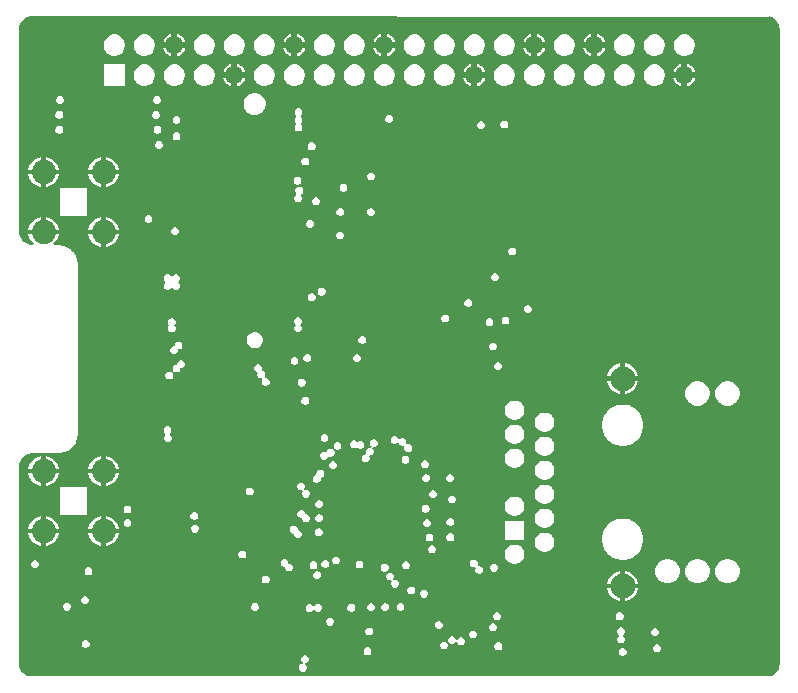
<source format=gbr>
G04*
G04 #@! TF.GenerationSoftware,Altium Limited,Altium Designer,24.1.2 (44)*
G04*
G04 Layer_Physical_Order=2*
G04 Layer_Color=36540*
%FSLAX25Y25*%
%MOIN*%
G70*
G04*
G04 #@! TF.SameCoordinates,59DD8EBB-DCD7-4209-94D2-A0ED0100978B*
G04*
G04*
G04 #@! TF.FilePolarity,Positive*
G04*
G01*
G75*
%ADD13C,0.01000*%
%ADD80C,0.06102*%
%ADD104C,0.08268*%
%ADD107C,0.08071*%
%ADD109C,0.15748*%
%ADD110C,0.25591*%
%ADD111C,0.01600*%
G36*
X222861Y-175774D02*
X223041Y-175738D01*
X223223Y-175719D01*
X223270Y-175694D01*
X223993Y-175909D01*
X224741Y-176303D01*
X225398Y-176836D01*
X225938Y-177486D01*
X226342Y-178229D01*
X226593Y-179037D01*
X226682Y-179878D01*
X226644Y-180299D01*
X226650Y-180354D01*
X226639Y-180409D01*
X226639Y-390990D01*
X226650Y-391045D01*
X226644Y-391100D01*
X226682Y-391522D01*
X226593Y-392364D01*
X226341Y-393173D01*
X225936Y-393917D01*
X225394Y-394567D01*
X224735Y-395099D01*
X223985Y-395493D01*
X223173Y-395733D01*
X222807Y-395766D01*
X-22988Y-395766D01*
X-23354Y-395733D01*
X-24166Y-395493D01*
X-24916Y-395099D01*
X-25575Y-394567D01*
X-26117Y-393917D01*
X-26522Y-393173D01*
X-26774Y-392364D01*
X-26863Y-391522D01*
X-26825Y-391100D01*
X-26831Y-391044D01*
X-26820Y-390989D01*
X-26853Y-325601D01*
Y-325178D01*
X-26687Y-324347D01*
X-26363Y-323565D01*
X-25893Y-322861D01*
X-25294Y-322262D01*
X-24590Y-321792D01*
X-23807Y-321467D01*
X-22977Y-321302D01*
X-13881D01*
X-13851Y-321296D01*
X-13821Y-321301D01*
X-13280Y-321274D01*
X-13192Y-321252D01*
X-13101D01*
X-12039Y-321041D01*
X-11928Y-320995D01*
X-11810Y-320971D01*
X-10809Y-320557D01*
X-10709Y-320490D01*
X-10598Y-320444D01*
X-9698Y-319842D01*
X-9612Y-319757D01*
X-9512Y-319690D01*
X-8747Y-318925D01*
X-8680Y-318825D01*
X-8595Y-318739D01*
X-7993Y-317839D01*
X-7947Y-317728D01*
X-7880Y-317628D01*
X-7466Y-316627D01*
X-7442Y-316509D01*
X-7396Y-316398D01*
X-7185Y-315336D01*
Y-315245D01*
X-7163Y-315157D01*
X-7136Y-314616D01*
X-7141Y-314586D01*
X-7135Y-314556D01*
X-7135Y-259055D01*
Y-258672D01*
X-7141Y-258642D01*
X-7136Y-258612D01*
X-7163Y-258071D01*
X-7185Y-257983D01*
Y-257892D01*
X-7396Y-256831D01*
X-7442Y-256719D01*
X-7466Y-256601D01*
X-7880Y-255601D01*
X-7947Y-255501D01*
X-7993Y-255389D01*
X-8595Y-254489D01*
X-8680Y-254404D01*
X-8747Y-254304D01*
X-9512Y-253538D01*
X-9612Y-253471D01*
X-9698Y-253386D01*
X-10598Y-252784D01*
X-10709Y-252738D01*
X-10809Y-252671D01*
X-11810Y-252257D01*
X-11928Y-252234D01*
X-12039Y-252187D01*
X-13101Y-251976D01*
X-13192D01*
X-13280Y-251954D01*
X-13821Y-251928D01*
X-13851Y-251932D01*
X-13881Y-251926D01*
X-15173Y-251926D01*
X-15380Y-251426D01*
X-14667Y-250713D01*
X-14004Y-249564D01*
X-13684Y-248371D01*
X-23708D01*
X-23388Y-249564D01*
X-22726Y-250713D01*
X-22012Y-251426D01*
X-22219Y-251926D01*
X-22977D01*
X-23808Y-251761D01*
X-24590Y-251437D01*
X-25294Y-250966D01*
X-25893Y-250367D01*
X-26363Y-249663D01*
X-26687Y-248881D01*
X-26845Y-248087D01*
X-26822Y-247701D01*
X-26827Y-247663D01*
X-26820Y-247627D01*
X-26820Y-180409D01*
X-26831Y-180354D01*
X-26825Y-180299D01*
X-26863Y-179877D01*
X-26774Y-179035D01*
X-26522Y-178226D01*
X-26117Y-177482D01*
X-25575Y-176832D01*
X-24916Y-176300D01*
X-24166Y-175906D01*
X-23354Y-175666D01*
X-22988Y-175633D01*
X222861Y-175774D01*
D02*
G37*
%LPC*%
G36*
X165909Y-181578D02*
Y-184297D01*
X168628D01*
X168498Y-183810D01*
X167991Y-182932D01*
X167274Y-182215D01*
X166396Y-181708D01*
X165909Y-181578D01*
D02*
G37*
G36*
X163909D02*
X163423Y-181708D01*
X162545Y-182215D01*
X161828Y-182932D01*
X161321Y-183810D01*
X161190Y-184297D01*
X163909D01*
Y-181578D01*
D02*
G37*
G36*
X145909D02*
Y-184297D01*
X148628D01*
X148498Y-183810D01*
X147991Y-182932D01*
X147274Y-182215D01*
X146396Y-181708D01*
X145909Y-181578D01*
D02*
G37*
G36*
X143909D02*
X143423Y-181708D01*
X142545Y-182215D01*
X141828Y-182932D01*
X141321Y-183810D01*
X141190Y-184297D01*
X143909D01*
Y-181578D01*
D02*
G37*
G36*
X95909D02*
Y-184297D01*
X98628D01*
X98498Y-183810D01*
X97991Y-182932D01*
X97274Y-182215D01*
X96396Y-181708D01*
X95909Y-181578D01*
D02*
G37*
G36*
X93909D02*
X93423Y-181708D01*
X92545Y-182215D01*
X91828Y-182932D01*
X91321Y-183810D01*
X91190Y-184297D01*
X93909D01*
Y-181578D01*
D02*
G37*
G36*
X65909D02*
Y-184297D01*
X68628D01*
X68498Y-183810D01*
X67991Y-182932D01*
X67274Y-182215D01*
X66396Y-181708D01*
X65909Y-181578D01*
D02*
G37*
G36*
X63909D02*
X63423Y-181708D01*
X62545Y-182215D01*
X61828Y-182932D01*
X61321Y-183810D01*
X61190Y-184297D01*
X63909D01*
Y-181578D01*
D02*
G37*
G36*
X25909D02*
Y-184297D01*
X28628D01*
X28498Y-183810D01*
X27991Y-182932D01*
X27274Y-182215D01*
X26396Y-181708D01*
X25909Y-181578D01*
D02*
G37*
G36*
X23909D02*
X23423Y-181708D01*
X22545Y-182215D01*
X21828Y-182932D01*
X21321Y-183810D01*
X21190Y-184297D01*
X23909D01*
Y-181578D01*
D02*
G37*
G36*
X195377Y-181746D02*
X194442D01*
X193539Y-181988D01*
X192729Y-182455D01*
X192068Y-183116D01*
X191600Y-183926D01*
X191358Y-184829D01*
Y-185764D01*
X191600Y-186667D01*
X192068Y-187477D01*
X192729Y-188138D01*
X193539Y-188606D01*
X194442Y-188848D01*
X195377D01*
X196280Y-188606D01*
X197090Y-188138D01*
X197751Y-187477D01*
X198219Y-186667D01*
X198460Y-185764D01*
Y-184829D01*
X198219Y-183926D01*
X197751Y-183116D01*
X197090Y-182455D01*
X196280Y-181988D01*
X195377Y-181746D01*
D02*
G37*
G36*
X185377D02*
X184442D01*
X183539Y-181988D01*
X182729Y-182455D01*
X182068Y-183116D01*
X181600Y-183926D01*
X181358Y-184829D01*
Y-185764D01*
X181600Y-186667D01*
X182068Y-187477D01*
X182729Y-188138D01*
X183539Y-188606D01*
X184442Y-188848D01*
X185377D01*
X186280Y-188606D01*
X187090Y-188138D01*
X187751Y-187477D01*
X188218Y-186667D01*
X188461Y-185764D01*
Y-184829D01*
X188218Y-183926D01*
X187751Y-183116D01*
X187090Y-182455D01*
X186280Y-181988D01*
X185377Y-181746D01*
D02*
G37*
G36*
X175377D02*
X174442D01*
X173539Y-181988D01*
X172729Y-182455D01*
X172068Y-183116D01*
X171600Y-183926D01*
X171358Y-184829D01*
Y-185764D01*
X171600Y-186667D01*
X172068Y-187477D01*
X172729Y-188138D01*
X173539Y-188606D01*
X174442Y-188848D01*
X175377D01*
X176280Y-188606D01*
X177090Y-188138D01*
X177751Y-187477D01*
X178218Y-186667D01*
X178461Y-185764D01*
Y-184829D01*
X178218Y-183926D01*
X177751Y-183116D01*
X177090Y-182455D01*
X176280Y-181988D01*
X175377Y-181746D01*
D02*
G37*
G36*
X155377D02*
X154442D01*
X153539Y-181988D01*
X152729Y-182455D01*
X152068Y-183116D01*
X151600Y-183926D01*
X151358Y-184829D01*
Y-185764D01*
X151600Y-186667D01*
X152068Y-187477D01*
X152729Y-188138D01*
X153539Y-188606D01*
X154442Y-188848D01*
X155377D01*
X156280Y-188606D01*
X157090Y-188138D01*
X157751Y-187477D01*
X158219Y-186667D01*
X158460Y-185764D01*
Y-184829D01*
X158219Y-183926D01*
X157751Y-183116D01*
X157090Y-182455D01*
X156280Y-181988D01*
X155377Y-181746D01*
D02*
G37*
G36*
X135377D02*
X134442D01*
X133539Y-181988D01*
X132729Y-182455D01*
X132068Y-183116D01*
X131600Y-183926D01*
X131358Y-184829D01*
Y-185764D01*
X131600Y-186667D01*
X132068Y-187477D01*
X132729Y-188138D01*
X133539Y-188606D01*
X134442Y-188848D01*
X135377D01*
X136280Y-188606D01*
X137090Y-188138D01*
X137751Y-187477D01*
X138218Y-186667D01*
X138461Y-185764D01*
Y-184829D01*
X138218Y-183926D01*
X137751Y-183116D01*
X137090Y-182455D01*
X136280Y-181988D01*
X135377Y-181746D01*
D02*
G37*
G36*
X125377D02*
X124442D01*
X123539Y-181988D01*
X122729Y-182455D01*
X122068Y-183116D01*
X121600Y-183926D01*
X121358Y-184829D01*
Y-185764D01*
X121600Y-186667D01*
X122068Y-187477D01*
X122729Y-188138D01*
X123539Y-188606D01*
X124442Y-188848D01*
X125377D01*
X126280Y-188606D01*
X127090Y-188138D01*
X127751Y-187477D01*
X128218Y-186667D01*
X128461Y-185764D01*
Y-184829D01*
X128218Y-183926D01*
X127751Y-183116D01*
X127090Y-182455D01*
X126280Y-181988D01*
X125377Y-181746D01*
D02*
G37*
G36*
X115377D02*
X114442D01*
X113539Y-181988D01*
X112729Y-182455D01*
X112068Y-183116D01*
X111600Y-183926D01*
X111358Y-184829D01*
Y-185764D01*
X111600Y-186667D01*
X112068Y-187477D01*
X112729Y-188138D01*
X113539Y-188606D01*
X114442Y-188848D01*
X115377D01*
X116280Y-188606D01*
X117090Y-188138D01*
X117751Y-187477D01*
X118219Y-186667D01*
X118461Y-185764D01*
Y-184829D01*
X118219Y-183926D01*
X117751Y-183116D01*
X117090Y-182455D01*
X116280Y-181988D01*
X115377Y-181746D01*
D02*
G37*
G36*
X105377D02*
X104442D01*
X103539Y-181988D01*
X102729Y-182455D01*
X102068Y-183116D01*
X101600Y-183926D01*
X101358Y-184829D01*
Y-185764D01*
X101600Y-186667D01*
X102068Y-187477D01*
X102729Y-188138D01*
X103539Y-188606D01*
X104442Y-188848D01*
X105377D01*
X106280Y-188606D01*
X107090Y-188138D01*
X107751Y-187477D01*
X108219Y-186667D01*
X108460Y-185764D01*
Y-184829D01*
X108219Y-183926D01*
X107751Y-183116D01*
X107090Y-182455D01*
X106280Y-181988D01*
X105377Y-181746D01*
D02*
G37*
G36*
X85377D02*
X84442D01*
X83539Y-181988D01*
X82729Y-182455D01*
X82068Y-183116D01*
X81600Y-183926D01*
X81358Y-184829D01*
Y-185764D01*
X81600Y-186667D01*
X82068Y-187477D01*
X82729Y-188138D01*
X83539Y-188606D01*
X84442Y-188848D01*
X85377D01*
X86280Y-188606D01*
X87090Y-188138D01*
X87751Y-187477D01*
X88218Y-186667D01*
X88460Y-185764D01*
Y-184829D01*
X88218Y-183926D01*
X87751Y-183116D01*
X87090Y-182455D01*
X86280Y-181988D01*
X85377Y-181746D01*
D02*
G37*
G36*
X75377D02*
X74442D01*
X73539Y-181988D01*
X72729Y-182455D01*
X72068Y-183116D01*
X71600Y-183926D01*
X71358Y-184829D01*
Y-185764D01*
X71600Y-186667D01*
X72068Y-187477D01*
X72729Y-188138D01*
X73539Y-188606D01*
X74442Y-188848D01*
X75377D01*
X76280Y-188606D01*
X77090Y-188138D01*
X77751Y-187477D01*
X78219Y-186667D01*
X78461Y-185764D01*
Y-184829D01*
X78219Y-183926D01*
X77751Y-183116D01*
X77090Y-182455D01*
X76280Y-181988D01*
X75377Y-181746D01*
D02*
G37*
G36*
X55377D02*
X54442D01*
X53539Y-181988D01*
X52729Y-182455D01*
X52068Y-183116D01*
X51600Y-183926D01*
X51358Y-184829D01*
Y-185764D01*
X51600Y-186667D01*
X52068Y-187477D01*
X52729Y-188138D01*
X53539Y-188606D01*
X54442Y-188848D01*
X55377D01*
X56280Y-188606D01*
X57090Y-188138D01*
X57751Y-187477D01*
X58218Y-186667D01*
X58460Y-185764D01*
Y-184829D01*
X58218Y-183926D01*
X57751Y-183116D01*
X57090Y-182455D01*
X56280Y-181988D01*
X55377Y-181746D01*
D02*
G37*
G36*
X45377D02*
X44442D01*
X43539Y-181988D01*
X42729Y-182455D01*
X42068Y-183116D01*
X41600Y-183926D01*
X41358Y-184829D01*
Y-185764D01*
X41600Y-186667D01*
X42068Y-187477D01*
X42729Y-188138D01*
X43539Y-188606D01*
X44442Y-188848D01*
X45377D01*
X46280Y-188606D01*
X47090Y-188138D01*
X47751Y-187477D01*
X48219Y-186667D01*
X48461Y-185764D01*
Y-184829D01*
X48219Y-183926D01*
X47751Y-183116D01*
X47090Y-182455D01*
X46280Y-181988D01*
X45377Y-181746D01*
D02*
G37*
G36*
X35377D02*
X34442D01*
X33539Y-181988D01*
X32729Y-182455D01*
X32068Y-183116D01*
X31600Y-183926D01*
X31358Y-184829D01*
Y-185764D01*
X31600Y-186667D01*
X32068Y-187477D01*
X32729Y-188138D01*
X33539Y-188606D01*
X34442Y-188848D01*
X35377D01*
X36280Y-188606D01*
X37090Y-188138D01*
X37751Y-187477D01*
X38219Y-186667D01*
X38460Y-185764D01*
Y-184829D01*
X38219Y-183926D01*
X37751Y-183116D01*
X37090Y-182455D01*
X36280Y-181988D01*
X35377Y-181746D01*
D02*
G37*
G36*
X15377D02*
X14442D01*
X13539Y-181988D01*
X12729Y-182455D01*
X12068Y-183116D01*
X11600Y-183926D01*
X11358Y-184829D01*
Y-185764D01*
X11600Y-186667D01*
X12068Y-187477D01*
X12729Y-188138D01*
X13539Y-188606D01*
X14442Y-188848D01*
X15377D01*
X16280Y-188606D01*
X17090Y-188138D01*
X17751Y-187477D01*
X18218Y-186667D01*
X18461Y-185764D01*
Y-184829D01*
X18218Y-183926D01*
X17751Y-183116D01*
X17090Y-182455D01*
X16280Y-181988D01*
X15377Y-181746D01*
D02*
G37*
G36*
X5377D02*
X4442D01*
X3539Y-181988D01*
X2729Y-182455D01*
X2068Y-183116D01*
X1600Y-183926D01*
X1358Y-184829D01*
Y-185764D01*
X1600Y-186667D01*
X2068Y-187477D01*
X2729Y-188138D01*
X3539Y-188606D01*
X4442Y-188848D01*
X5377D01*
X6280Y-188606D01*
X7090Y-188138D01*
X7751Y-187477D01*
X8219Y-186667D01*
X8461Y-185764D01*
Y-184829D01*
X8219Y-183926D01*
X7751Y-183116D01*
X7090Y-182455D01*
X6280Y-181988D01*
X5377Y-181746D01*
D02*
G37*
G36*
X168628Y-186297D02*
X165909D01*
Y-189016D01*
X166396Y-188885D01*
X167274Y-188378D01*
X167991Y-187661D01*
X168498Y-186783D01*
X168628Y-186297D01*
D02*
G37*
G36*
X163909D02*
X161190D01*
X161321Y-186783D01*
X161828Y-187661D01*
X162545Y-188378D01*
X163423Y-188885D01*
X163909Y-189016D01*
Y-186297D01*
D02*
G37*
G36*
X148628D02*
X145909D01*
Y-189016D01*
X146396Y-188885D01*
X147274Y-188378D01*
X147991Y-187661D01*
X148498Y-186783D01*
X148628Y-186297D01*
D02*
G37*
G36*
X143909D02*
X141190D01*
X141321Y-186783D01*
X141828Y-187661D01*
X142545Y-188378D01*
X143423Y-188885D01*
X143909Y-189016D01*
Y-186297D01*
D02*
G37*
G36*
X98628D02*
X95909D01*
Y-189016D01*
X96396Y-188885D01*
X97274Y-188378D01*
X97991Y-187661D01*
X98498Y-186783D01*
X98628Y-186297D01*
D02*
G37*
G36*
X93909D02*
X91190D01*
X91321Y-186783D01*
X91828Y-187661D01*
X92545Y-188378D01*
X93423Y-188885D01*
X93909Y-189016D01*
Y-186297D01*
D02*
G37*
G36*
X68628D02*
X65909D01*
Y-189016D01*
X66396Y-188885D01*
X67274Y-188378D01*
X67991Y-187661D01*
X68498Y-186783D01*
X68628Y-186297D01*
D02*
G37*
G36*
X63909D02*
X61190D01*
X61321Y-186783D01*
X61828Y-187661D01*
X62545Y-188378D01*
X63423Y-188885D01*
X63909Y-189016D01*
Y-186297D01*
D02*
G37*
G36*
X28628D02*
X25909D01*
Y-189016D01*
X26396Y-188885D01*
X27274Y-188378D01*
X27991Y-187661D01*
X28498Y-186783D01*
X28628Y-186297D01*
D02*
G37*
G36*
X23909D02*
X21190D01*
X21321Y-186783D01*
X21828Y-187661D01*
X22545Y-188378D01*
X23423Y-188885D01*
X23909Y-189016D01*
Y-186297D01*
D02*
G37*
G36*
X195909Y-191578D02*
Y-194297D01*
X198628D01*
X198498Y-193810D01*
X197991Y-192932D01*
X197274Y-192215D01*
X196396Y-191708D01*
X195909Y-191578D01*
D02*
G37*
G36*
X193909D02*
X193423Y-191708D01*
X192545Y-192215D01*
X191828Y-192932D01*
X191321Y-193810D01*
X191190Y-194297D01*
X193909D01*
Y-191578D01*
D02*
G37*
G36*
X125909D02*
Y-194297D01*
X128628D01*
X128498Y-193810D01*
X127991Y-192932D01*
X127274Y-192215D01*
X126396Y-191708D01*
X125909Y-191578D01*
D02*
G37*
G36*
X123909D02*
X123423Y-191708D01*
X122545Y-192215D01*
X121828Y-192932D01*
X121321Y-193810D01*
X121190Y-194297D01*
X123909D01*
Y-191578D01*
D02*
G37*
G36*
X45909D02*
Y-194297D01*
X48628D01*
X48498Y-193810D01*
X47991Y-192932D01*
X47274Y-192215D01*
X46396Y-191708D01*
X45909Y-191578D01*
D02*
G37*
G36*
X43909D02*
X43423Y-191708D01*
X42545Y-192215D01*
X41828Y-192932D01*
X41321Y-193810D01*
X41190Y-194297D01*
X43909D01*
Y-191578D01*
D02*
G37*
G36*
X185377Y-191745D02*
X184442D01*
X183539Y-191988D01*
X182729Y-192455D01*
X182068Y-193116D01*
X181600Y-193926D01*
X181358Y-194829D01*
Y-195764D01*
X181600Y-196667D01*
X182068Y-197477D01*
X182729Y-198138D01*
X183539Y-198606D01*
X184442Y-198848D01*
X185377D01*
X186280Y-198606D01*
X187090Y-198138D01*
X187751Y-197477D01*
X188218Y-196667D01*
X188461Y-195764D01*
Y-194829D01*
X188218Y-193926D01*
X187751Y-193116D01*
X187090Y-192455D01*
X186280Y-191988D01*
X185377Y-191745D01*
D02*
G37*
G36*
X175377D02*
X174442D01*
X173539Y-191988D01*
X172729Y-192455D01*
X172068Y-193116D01*
X171600Y-193926D01*
X171358Y-194829D01*
Y-195764D01*
X171600Y-196667D01*
X172068Y-197477D01*
X172729Y-198138D01*
X173539Y-198606D01*
X174442Y-198848D01*
X175377D01*
X176280Y-198606D01*
X177090Y-198138D01*
X177751Y-197477D01*
X178218Y-196667D01*
X178461Y-195764D01*
Y-194829D01*
X178218Y-193926D01*
X177751Y-193116D01*
X177090Y-192455D01*
X176280Y-191988D01*
X175377Y-191745D01*
D02*
G37*
G36*
X165377D02*
X164442D01*
X163539Y-191988D01*
X162729Y-192455D01*
X162068Y-193116D01*
X161600Y-193926D01*
X161358Y-194829D01*
Y-195764D01*
X161600Y-196667D01*
X162068Y-197477D01*
X162729Y-198138D01*
X163539Y-198606D01*
X164442Y-198848D01*
X165377D01*
X166280Y-198606D01*
X167090Y-198138D01*
X167751Y-197477D01*
X168219Y-196667D01*
X168461Y-195764D01*
Y-194829D01*
X168219Y-193926D01*
X167751Y-193116D01*
X167090Y-192455D01*
X166280Y-191988D01*
X165377Y-191745D01*
D02*
G37*
G36*
X155377D02*
X154442D01*
X153539Y-191988D01*
X152729Y-192455D01*
X152068Y-193116D01*
X151600Y-193926D01*
X151358Y-194829D01*
Y-195764D01*
X151600Y-196667D01*
X152068Y-197477D01*
X152729Y-198138D01*
X153539Y-198606D01*
X154442Y-198848D01*
X155377D01*
X156280Y-198606D01*
X157090Y-198138D01*
X157751Y-197477D01*
X158219Y-196667D01*
X158460Y-195764D01*
Y-194829D01*
X158219Y-193926D01*
X157751Y-193116D01*
X157090Y-192455D01*
X156280Y-191988D01*
X155377Y-191745D01*
D02*
G37*
G36*
X145377D02*
X144442D01*
X143539Y-191988D01*
X142729Y-192455D01*
X142068Y-193116D01*
X141600Y-193926D01*
X141358Y-194829D01*
Y-195764D01*
X141600Y-196667D01*
X142068Y-197477D01*
X142729Y-198138D01*
X143539Y-198606D01*
X144442Y-198848D01*
X145377D01*
X146280Y-198606D01*
X147090Y-198138D01*
X147751Y-197477D01*
X148219Y-196667D01*
X148460Y-195764D01*
Y-194829D01*
X148219Y-193926D01*
X147751Y-193116D01*
X147090Y-192455D01*
X146280Y-191988D01*
X145377Y-191745D01*
D02*
G37*
G36*
X135377D02*
X134442D01*
X133539Y-191988D01*
X132729Y-192455D01*
X132068Y-193116D01*
X131600Y-193926D01*
X131358Y-194829D01*
Y-195764D01*
X131600Y-196667D01*
X132068Y-197477D01*
X132729Y-198138D01*
X133539Y-198606D01*
X134442Y-198848D01*
X135377D01*
X136280Y-198606D01*
X137090Y-198138D01*
X137751Y-197477D01*
X138218Y-196667D01*
X138461Y-195764D01*
Y-194829D01*
X138218Y-193926D01*
X137751Y-193116D01*
X137090Y-192455D01*
X136280Y-191988D01*
X135377Y-191745D01*
D02*
G37*
G36*
X115377D02*
X114442D01*
X113539Y-191988D01*
X112729Y-192455D01*
X112068Y-193116D01*
X111600Y-193926D01*
X111358Y-194829D01*
Y-195764D01*
X111600Y-196667D01*
X112068Y-197477D01*
X112729Y-198138D01*
X113539Y-198606D01*
X114442Y-198848D01*
X115377D01*
X116280Y-198606D01*
X117090Y-198138D01*
X117751Y-197477D01*
X118219Y-196667D01*
X118461Y-195764D01*
Y-194829D01*
X118219Y-193926D01*
X117751Y-193116D01*
X117090Y-192455D01*
X116280Y-191988D01*
X115377Y-191745D01*
D02*
G37*
G36*
X105377D02*
X104442D01*
X103539Y-191988D01*
X102729Y-192455D01*
X102068Y-193116D01*
X101600Y-193926D01*
X101358Y-194829D01*
Y-195764D01*
X101600Y-196667D01*
X102068Y-197477D01*
X102729Y-198138D01*
X103539Y-198606D01*
X104442Y-198848D01*
X105377D01*
X106280Y-198606D01*
X107090Y-198138D01*
X107751Y-197477D01*
X108219Y-196667D01*
X108460Y-195764D01*
Y-194829D01*
X108219Y-193926D01*
X107751Y-193116D01*
X107090Y-192455D01*
X106280Y-191988D01*
X105377Y-191745D01*
D02*
G37*
G36*
X95377D02*
X94442D01*
X93539Y-191988D01*
X92729Y-192455D01*
X92068Y-193116D01*
X91600Y-193926D01*
X91358Y-194829D01*
Y-195764D01*
X91600Y-196667D01*
X92068Y-197477D01*
X92729Y-198138D01*
X93539Y-198606D01*
X94442Y-198848D01*
X95377D01*
X96280Y-198606D01*
X97090Y-198138D01*
X97751Y-197477D01*
X98219Y-196667D01*
X98461Y-195764D01*
Y-194829D01*
X98219Y-193926D01*
X97751Y-193116D01*
X97090Y-192455D01*
X96280Y-191988D01*
X95377Y-191745D01*
D02*
G37*
G36*
X85377D02*
X84442D01*
X83539Y-191988D01*
X82729Y-192455D01*
X82068Y-193116D01*
X81600Y-193926D01*
X81358Y-194829D01*
Y-195764D01*
X81600Y-196667D01*
X82068Y-197477D01*
X82729Y-198138D01*
X83539Y-198606D01*
X84442Y-198848D01*
X85377D01*
X86280Y-198606D01*
X87090Y-198138D01*
X87751Y-197477D01*
X88218Y-196667D01*
X88460Y-195764D01*
Y-194829D01*
X88218Y-193926D01*
X87751Y-193116D01*
X87090Y-192455D01*
X86280Y-191988D01*
X85377Y-191745D01*
D02*
G37*
G36*
X75377D02*
X74442D01*
X73539Y-191988D01*
X72729Y-192455D01*
X72068Y-193116D01*
X71600Y-193926D01*
X71358Y-194829D01*
Y-195764D01*
X71600Y-196667D01*
X72068Y-197477D01*
X72729Y-198138D01*
X73539Y-198606D01*
X74442Y-198848D01*
X75377D01*
X76280Y-198606D01*
X77090Y-198138D01*
X77751Y-197477D01*
X78219Y-196667D01*
X78461Y-195764D01*
Y-194829D01*
X78219Y-193926D01*
X77751Y-193116D01*
X77090Y-192455D01*
X76280Y-191988D01*
X75377Y-191745D01*
D02*
G37*
G36*
X65377D02*
X64442D01*
X63539Y-191988D01*
X62729Y-192455D01*
X62068Y-193116D01*
X61600Y-193926D01*
X61358Y-194829D01*
Y-195764D01*
X61600Y-196667D01*
X62068Y-197477D01*
X62729Y-198138D01*
X63539Y-198606D01*
X64442Y-198848D01*
X65377D01*
X66280Y-198606D01*
X67090Y-198138D01*
X67751Y-197477D01*
X68218Y-196667D01*
X68461Y-195764D01*
Y-194829D01*
X68218Y-193926D01*
X67751Y-193116D01*
X67090Y-192455D01*
X66280Y-191988D01*
X65377Y-191745D01*
D02*
G37*
G36*
X55377D02*
X54442D01*
X53539Y-191988D01*
X52729Y-192455D01*
X52068Y-193116D01*
X51600Y-193926D01*
X51358Y-194829D01*
Y-195764D01*
X51600Y-196667D01*
X52068Y-197477D01*
X52729Y-198138D01*
X53539Y-198606D01*
X54442Y-198848D01*
X55377D01*
X56280Y-198606D01*
X57090Y-198138D01*
X57751Y-197477D01*
X58218Y-196667D01*
X58460Y-195764D01*
Y-194829D01*
X58218Y-193926D01*
X57751Y-193116D01*
X57090Y-192455D01*
X56280Y-191988D01*
X55377Y-191745D01*
D02*
G37*
G36*
X35377D02*
X34442D01*
X33539Y-191988D01*
X32729Y-192455D01*
X32068Y-193116D01*
X31600Y-193926D01*
X31358Y-194829D01*
Y-195764D01*
X31600Y-196667D01*
X32068Y-197477D01*
X32729Y-198138D01*
X33539Y-198606D01*
X34442Y-198848D01*
X35377D01*
X36280Y-198606D01*
X37090Y-198138D01*
X37751Y-197477D01*
X38219Y-196667D01*
X38460Y-195764D01*
Y-194829D01*
X38219Y-193926D01*
X37751Y-193116D01*
X37090Y-192455D01*
X36280Y-191988D01*
X35377Y-191745D01*
D02*
G37*
G36*
X25377D02*
X24442D01*
X23539Y-191988D01*
X22729Y-192455D01*
X22068Y-193116D01*
X21600Y-193926D01*
X21358Y-194829D01*
Y-195764D01*
X21600Y-196667D01*
X22068Y-197477D01*
X22729Y-198138D01*
X23539Y-198606D01*
X24442Y-198848D01*
X25377D01*
X26280Y-198606D01*
X27090Y-198138D01*
X27751Y-197477D01*
X28218Y-196667D01*
X28460Y-195764D01*
Y-194829D01*
X28218Y-193926D01*
X27751Y-193116D01*
X27090Y-192455D01*
X26280Y-191988D01*
X25377Y-191745D01*
D02*
G37*
G36*
X15377D02*
X14442D01*
X13539Y-191988D01*
X12729Y-192455D01*
X12068Y-193116D01*
X11600Y-193926D01*
X11358Y-194829D01*
Y-195764D01*
X11600Y-196667D01*
X12068Y-197477D01*
X12729Y-198138D01*
X13539Y-198606D01*
X14442Y-198848D01*
X15377D01*
X16280Y-198606D01*
X17090Y-198138D01*
X17751Y-197477D01*
X18218Y-196667D01*
X18461Y-195764D01*
Y-194829D01*
X18218Y-193926D01*
X17751Y-193116D01*
X17090Y-192455D01*
X16280Y-191988D01*
X15377Y-191745D01*
D02*
G37*
G36*
X8461D02*
X1358D01*
Y-198848D01*
X8461D01*
Y-191745D01*
D02*
G37*
G36*
X198628Y-196297D02*
X195909D01*
Y-199016D01*
X196396Y-198885D01*
X197274Y-198378D01*
X197991Y-197661D01*
X198498Y-196783D01*
X198628Y-196297D01*
D02*
G37*
G36*
X193909D02*
X191190D01*
X191321Y-196783D01*
X191828Y-197661D01*
X192545Y-198378D01*
X193423Y-198885D01*
X193909Y-199016D01*
Y-196297D01*
D02*
G37*
G36*
X128628D02*
X125909D01*
Y-199016D01*
X126396Y-198885D01*
X127274Y-198378D01*
X127991Y-197661D01*
X128498Y-196783D01*
X128628Y-196297D01*
D02*
G37*
G36*
X123909D02*
X121190D01*
X121321Y-196783D01*
X121828Y-197661D01*
X122545Y-198378D01*
X123423Y-198885D01*
X123909Y-199016D01*
Y-196297D01*
D02*
G37*
G36*
X48628D02*
X45909D01*
Y-199016D01*
X46396Y-198885D01*
X47274Y-198378D01*
X47991Y-197661D01*
X48498Y-196783D01*
X48628Y-196297D01*
D02*
G37*
G36*
X43909D02*
X41190D01*
X41321Y-196783D01*
X41828Y-197661D01*
X42545Y-198378D01*
X43423Y-198885D01*
X43909Y-199016D01*
Y-196297D01*
D02*
G37*
G36*
X19421Y-202224D02*
X18903D01*
X18426Y-202421D01*
X18060Y-202787D01*
X17862Y-203265D01*
Y-203782D01*
X18060Y-204260D01*
X18426Y-204626D01*
X18903Y-204824D01*
X19421D01*
X19898Y-204626D01*
X20264Y-204260D01*
X20462Y-203782D01*
Y-203265D01*
X20264Y-202787D01*
X19898Y-202421D01*
X19421Y-202224D01*
D02*
G37*
G36*
X-13008D02*
X-13525D01*
X-14003Y-202421D01*
X-14369Y-202787D01*
X-14567Y-203265D01*
Y-203782D01*
X-14369Y-204260D01*
X-14003Y-204626D01*
X-13525Y-204824D01*
X-13008D01*
X-12530Y-204626D01*
X-12164Y-204260D01*
X-11966Y-203782D01*
Y-203265D01*
X-12164Y-202787D01*
X-12530Y-202421D01*
X-13008Y-202224D01*
D02*
G37*
G36*
X52174Y-201244D02*
X51213D01*
X50285Y-201493D01*
X49453Y-201973D01*
X48773Y-202653D01*
X48293Y-203485D01*
X48044Y-204413D01*
Y-205374D01*
X48293Y-206302D01*
X48773Y-207134D01*
X49453Y-207814D01*
X50285Y-208294D01*
X51213Y-208543D01*
X52174D01*
X53102Y-208294D01*
X53935Y-207814D01*
X54614Y-207134D01*
X55094Y-206302D01*
X55343Y-205374D01*
Y-204413D01*
X55094Y-203485D01*
X54614Y-202653D01*
X53935Y-201973D01*
X53102Y-201493D01*
X52174Y-201244D01*
D02*
G37*
G36*
X19057Y-207224D02*
X18540D01*
X18062Y-207421D01*
X17696Y-207787D01*
X17498Y-208265D01*
Y-208782D01*
X17696Y-209260D01*
X18062Y-209626D01*
X18540Y-209824D01*
X19057D01*
X19535Y-209626D01*
X19900Y-209260D01*
X20098Y-208782D01*
Y-208265D01*
X19900Y-207787D01*
X19535Y-207421D01*
X19057Y-207224D01*
D02*
G37*
G36*
X-13154D02*
X-13671D01*
X-14149Y-207421D01*
X-14515Y-207787D01*
X-14713Y-208265D01*
Y-208782D01*
X-14515Y-209260D01*
X-14149Y-209626D01*
X-13671Y-209824D01*
X-13154D01*
X-12676Y-209626D01*
X-12311Y-209260D01*
X-12113Y-208782D01*
Y-208265D01*
X-12311Y-207787D01*
X-12676Y-207421D01*
X-13154Y-207224D01*
D02*
G37*
G36*
X96813Y-208572D02*
X96296D01*
X95818Y-208770D01*
X95452Y-209136D01*
X95254Y-209613D01*
Y-210131D01*
X95452Y-210608D01*
X95818Y-210974D01*
X96296Y-211172D01*
X96813D01*
X97291Y-210974D01*
X97657Y-210608D01*
X97855Y-210131D01*
Y-209613D01*
X97657Y-209136D01*
X97291Y-208770D01*
X96813Y-208572D01*
D02*
G37*
G36*
X25880Y-208909D02*
X25363D01*
X24885Y-209106D01*
X24519Y-209472D01*
X24321Y-209950D01*
Y-210467D01*
X24519Y-210945D01*
X24885Y-211311D01*
X25363Y-211508D01*
X25880D01*
X26358Y-211311D01*
X26724Y-210945D01*
X26921Y-210467D01*
Y-209950D01*
X26724Y-209472D01*
X26358Y-209106D01*
X25880Y-208909D01*
D02*
G37*
G36*
X135168Y-210442D02*
X134651D01*
X134173Y-210640D01*
X133807Y-211005D01*
X133609Y-211483D01*
Y-212000D01*
X133807Y-212478D01*
X134173Y-212844D01*
X134651Y-213042D01*
X135168D01*
X135646Y-212844D01*
X136011Y-212478D01*
X136209Y-212000D01*
Y-211483D01*
X136011Y-211005D01*
X135646Y-210640D01*
X135168Y-210442D01*
D02*
G37*
G36*
X127324Y-210712D02*
X126807D01*
X126329Y-210910D01*
X125963Y-211276D01*
X125766Y-211754D01*
Y-212271D01*
X125963Y-212749D01*
X126329Y-213114D01*
X126807Y-213312D01*
X127324D01*
X127802Y-213114D01*
X128168Y-212749D01*
X128366Y-212271D01*
Y-211754D01*
X128168Y-211276D01*
X127802Y-210910D01*
X127324Y-210712D01*
D02*
G37*
G36*
X66544Y-206349D02*
X66027D01*
X65549Y-206547D01*
X65183Y-206913D01*
X64985Y-207391D01*
Y-207908D01*
X65183Y-208386D01*
X65417Y-208620D01*
X65501Y-208929D01*
X65417Y-209238D01*
X65183Y-209472D01*
X64985Y-209950D01*
Y-210467D01*
X65183Y-210945D01*
X65417Y-211179D01*
X65501Y-211488D01*
X65417Y-211797D01*
X65183Y-212031D01*
X64985Y-212509D01*
Y-213026D01*
X65183Y-213504D01*
X65549Y-213870D01*
X66027Y-214067D01*
X66544D01*
X67022Y-213870D01*
X67387Y-213504D01*
X67585Y-213026D01*
Y-212509D01*
X67387Y-212031D01*
X67153Y-211797D01*
X67070Y-211488D01*
X67153Y-211179D01*
X67387Y-210945D01*
X67585Y-210467D01*
Y-209950D01*
X67387Y-209472D01*
X67153Y-209238D01*
X67070Y-208929D01*
X67153Y-208620D01*
X67387Y-208386D01*
X67585Y-207908D01*
Y-207391D01*
X67387Y-206913D01*
X67022Y-206547D01*
X66544Y-206349D01*
D02*
G37*
G36*
X19566Y-212224D02*
X19049D01*
X18572Y-212421D01*
X18206Y-212787D01*
X18008Y-213265D01*
Y-213782D01*
X18206Y-214260D01*
X18572Y-214626D01*
X19049Y-214824D01*
X19566D01*
X20044Y-214626D01*
X20410Y-214260D01*
X20608Y-213782D01*
Y-213265D01*
X20410Y-212787D01*
X20044Y-212421D01*
X19566Y-212224D01*
D02*
G37*
G36*
X-13154D02*
X-13671D01*
X-14149Y-212421D01*
X-14515Y-212787D01*
X-14713Y-213265D01*
Y-213782D01*
X-14515Y-214260D01*
X-14149Y-214626D01*
X-13671Y-214824D01*
X-13154D01*
X-12676Y-214626D01*
X-12311Y-214260D01*
X-12113Y-213782D01*
Y-213265D01*
X-12311Y-212787D01*
X-12676Y-212421D01*
X-13154Y-212224D01*
D02*
G37*
G36*
X25880Y-214420D02*
X25363D01*
X24885Y-214618D01*
X24519Y-214984D01*
X24321Y-215462D01*
Y-215979D01*
X24519Y-216457D01*
X24885Y-216822D01*
X25363Y-217020D01*
X25880D01*
X26358Y-216822D01*
X26724Y-216457D01*
X26921Y-215979D01*
Y-215462D01*
X26724Y-214984D01*
X26358Y-214618D01*
X25880Y-214420D01*
D02*
G37*
G36*
X20030Y-217224D02*
X19513D01*
X19035Y-217422D01*
X18670Y-217787D01*
X18472Y-218265D01*
Y-218782D01*
X18670Y-219260D01*
X19035Y-219626D01*
X19513Y-219824D01*
X20030D01*
X20508Y-219626D01*
X20874Y-219260D01*
X21072Y-218782D01*
Y-218265D01*
X20874Y-217787D01*
X20508Y-217422D01*
X20030Y-217224D01*
D02*
G37*
G36*
X70936Y-217741D02*
X70419D01*
X69941Y-217939D01*
X69575Y-218305D01*
X69377Y-218782D01*
Y-219300D01*
X69575Y-219777D01*
X69941Y-220143D01*
X70419Y-220341D01*
X70936D01*
X71413Y-220143D01*
X71779Y-219777D01*
X71977Y-219300D01*
Y-218782D01*
X71779Y-218305D01*
X71413Y-217939D01*
X70936Y-217741D01*
D02*
G37*
G36*
X68827Y-222827D02*
X68310D01*
X67832Y-223025D01*
X67466Y-223391D01*
X67268Y-223868D01*
Y-224385D01*
X67466Y-224863D01*
X67832Y-225229D01*
X68310Y-225427D01*
X68827D01*
X69305Y-225229D01*
X69670Y-224863D01*
X69868Y-224385D01*
Y-223868D01*
X69670Y-223391D01*
X69305Y-223025D01*
X68827Y-222827D01*
D02*
G37*
G36*
X2054Y-222609D02*
Y-226871D01*
X6316D01*
X5996Y-225677D01*
X5333Y-224529D01*
X4396Y-223591D01*
X3247Y-222929D01*
X2054Y-222609D01*
D02*
G37*
G36*
X554D02*
X-640Y-222929D01*
X-1788Y-223591D01*
X-2726Y-224529D01*
X-3388Y-225677D01*
X-3708Y-226871D01*
X554D01*
Y-222609D01*
D02*
G37*
G36*
X-17946D02*
Y-226871D01*
X-13684D01*
X-14004Y-225677D01*
X-14667Y-224529D01*
X-15604Y-223591D01*
X-16752Y-222929D01*
X-17946Y-222609D01*
D02*
G37*
G36*
X-19446D02*
X-20640Y-222929D01*
X-21788Y-223591D01*
X-22726Y-224529D01*
X-23388Y-225677D01*
X-23708Y-226871D01*
X-19446D01*
Y-222609D01*
D02*
G37*
G36*
X90774Y-227806D02*
X90257D01*
X89779Y-228004D01*
X89413Y-228370D01*
X89215Y-228848D01*
Y-229365D01*
X89413Y-229843D01*
X89779Y-230208D01*
X90257Y-230406D01*
X90774D01*
X91252Y-230208D01*
X91618Y-229843D01*
X91815Y-229365D01*
Y-228848D01*
X91618Y-228370D01*
X91252Y-228004D01*
X90774Y-227806D01*
D02*
G37*
G36*
X66214Y-229184D02*
X65697D01*
X65219Y-229382D01*
X64854Y-229748D01*
X64656Y-230225D01*
Y-230743D01*
X64854Y-231220D01*
X65219Y-231586D01*
X65697Y-231784D01*
X66214D01*
X66692Y-231586D01*
X67058Y-231220D01*
X67256Y-230743D01*
Y-230225D01*
X67058Y-229748D01*
X66692Y-229382D01*
X66214Y-229184D01*
D02*
G37*
G36*
X6316Y-228371D02*
X2054D01*
Y-232633D01*
X3247Y-232313D01*
X4396Y-231650D01*
X5333Y-230713D01*
X5996Y-229564D01*
X6316Y-228371D01*
D02*
G37*
G36*
X554D02*
X-3708D01*
X-3388Y-229564D01*
X-2726Y-230713D01*
X-1788Y-231650D01*
X-640Y-232313D01*
X554Y-232633D01*
Y-228371D01*
D02*
G37*
G36*
X-13684D02*
X-17946D01*
Y-232633D01*
X-16752Y-232313D01*
X-15604Y-231650D01*
X-14667Y-230713D01*
X-14004Y-229564D01*
X-13684Y-228371D01*
D02*
G37*
G36*
X-19446D02*
X-23708D01*
X-23388Y-229564D01*
X-22726Y-230713D01*
X-21788Y-231650D01*
X-20640Y-232313D01*
X-19446Y-232633D01*
Y-228371D01*
D02*
G37*
G36*
X81534Y-231546D02*
X81017D01*
X80539Y-231744D01*
X80173Y-232110D01*
X79975Y-232588D01*
Y-233105D01*
X80173Y-233583D01*
X80539Y-233948D01*
X81017Y-234146D01*
X81534D01*
X82012Y-233948D01*
X82377Y-233583D01*
X82575Y-233105D01*
Y-232588D01*
X82377Y-232110D01*
X82012Y-231744D01*
X81534Y-231546D01*
D02*
G37*
G36*
X66846Y-232525D02*
X66328D01*
X65851Y-232723D01*
X65485Y-233089D01*
X65287Y-233567D01*
Y-234084D01*
X65485Y-234562D01*
X65601Y-234678D01*
X65484Y-235268D01*
X65436Y-235287D01*
X65070Y-235653D01*
X64872Y-236131D01*
Y-236648D01*
X65070Y-237126D01*
X65436Y-237492D01*
X65914Y-237690D01*
X66431D01*
X66909Y-237492D01*
X67274Y-237126D01*
X67472Y-236648D01*
Y-236131D01*
X67274Y-235653D01*
X67158Y-235537D01*
X67276Y-234947D01*
X67323Y-234928D01*
X67689Y-234562D01*
X67887Y-234084D01*
Y-233567D01*
X67689Y-233089D01*
X67323Y-232723D01*
X66846Y-232525D01*
D02*
G37*
G36*
X72442Y-236074D02*
X71924D01*
X71447Y-236272D01*
X71081Y-236637D01*
X70883Y-237115D01*
Y-237632D01*
X71081Y-238110D01*
X71447Y-238476D01*
X71924Y-238674D01*
X72442D01*
X72919Y-238476D01*
X73285Y-238110D01*
X73483Y-237632D01*
Y-237115D01*
X73285Y-236637D01*
X72919Y-236272D01*
X72442Y-236074D01*
D02*
G37*
G36*
X-4161Y-233085D02*
X-13232D01*
Y-242156D01*
X-4161D01*
Y-233085D01*
D02*
G37*
G36*
X90635Y-239617D02*
X90118D01*
X89640Y-239815D01*
X89274Y-240181D01*
X89076Y-240659D01*
Y-241176D01*
X89274Y-241654D01*
X89640Y-242019D01*
X90118Y-242217D01*
X90635D01*
X91113Y-242019D01*
X91478Y-241654D01*
X91676Y-241176D01*
Y-240659D01*
X91478Y-240181D01*
X91113Y-239815D01*
X90635Y-239617D01*
D02*
G37*
G36*
X80513D02*
X79996D01*
X79518Y-239815D01*
X79153Y-240181D01*
X78955Y-240659D01*
Y-241176D01*
X79153Y-241654D01*
X79518Y-242019D01*
X79996Y-242217D01*
X80513D01*
X80991Y-242019D01*
X81357Y-241654D01*
X81555Y-241176D01*
Y-240659D01*
X81357Y-240181D01*
X80991Y-239815D01*
X80513Y-239617D01*
D02*
G37*
G36*
X16544Y-241979D02*
X16026D01*
X15549Y-242177D01*
X15183Y-242543D01*
X14985Y-243021D01*
Y-243538D01*
X15183Y-244016D01*
X15549Y-244381D01*
X16026Y-244579D01*
X16544D01*
X17021Y-244381D01*
X17387Y-244016D01*
X17585Y-243538D01*
Y-243021D01*
X17387Y-242543D01*
X17021Y-242177D01*
X16544Y-241979D01*
D02*
G37*
G36*
X70473Y-243554D02*
X69956D01*
X69478Y-243752D01*
X69112Y-244118D01*
X68915Y-244596D01*
Y-245113D01*
X69112Y-245591D01*
X69478Y-245956D01*
X69956Y-246154D01*
X70473D01*
X70951Y-245956D01*
X71317Y-245591D01*
X71514Y-245113D01*
Y-244596D01*
X71317Y-244118D01*
X70951Y-243752D01*
X70473Y-243554D01*
D02*
G37*
G36*
X2054Y-242609D02*
Y-246871D01*
X6316D01*
X5996Y-245677D01*
X5333Y-244529D01*
X4396Y-243591D01*
X3247Y-242929D01*
X2054Y-242609D01*
D02*
G37*
G36*
X554D02*
X-640Y-242929D01*
X-1788Y-243591D01*
X-2726Y-244529D01*
X-3388Y-245677D01*
X-3708Y-246871D01*
X554D01*
Y-242609D01*
D02*
G37*
G36*
X-17946D02*
Y-246871D01*
X-13684D01*
X-14004Y-245677D01*
X-14667Y-244529D01*
X-15604Y-243591D01*
X-16752Y-242929D01*
X-17946Y-242609D01*
D02*
G37*
G36*
X-19446D02*
X-20640Y-242929D01*
X-21788Y-243591D01*
X-22726Y-244529D01*
X-23388Y-245677D01*
X-23708Y-246871D01*
X-19446D01*
Y-242609D01*
D02*
G37*
G36*
X25426Y-245916D02*
X24909D01*
X24431Y-246114D01*
X24065Y-246480D01*
X23867Y-246958D01*
Y-247475D01*
X24065Y-247953D01*
X24431Y-248319D01*
X24909Y-248516D01*
X25426D01*
X25904Y-248319D01*
X26270Y-247953D01*
X26467Y-247475D01*
Y-246958D01*
X26270Y-246480D01*
X25904Y-246114D01*
X25426Y-245916D01*
D02*
G37*
G36*
X80335Y-247491D02*
X79818D01*
X79340Y-247689D01*
X78974Y-248055D01*
X78776Y-248533D01*
Y-249050D01*
X78974Y-249528D01*
X79340Y-249893D01*
X79818Y-250091D01*
X80335D01*
X80813Y-249893D01*
X81178Y-249528D01*
X81376Y-249050D01*
Y-248533D01*
X81178Y-248055D01*
X80813Y-247689D01*
X80335Y-247491D01*
D02*
G37*
G36*
X6316Y-248371D02*
X2054D01*
Y-252633D01*
X3247Y-252313D01*
X4396Y-251650D01*
X5333Y-250713D01*
X5996Y-249564D01*
X6316Y-248371D01*
D02*
G37*
G36*
X554D02*
X-3708D01*
X-3388Y-249564D01*
X-2726Y-250713D01*
X-1788Y-251650D01*
X-640Y-252313D01*
X554Y-252633D01*
Y-248371D01*
D02*
G37*
G36*
X137817Y-252806D02*
X137300D01*
X136822Y-253004D01*
X136457Y-253370D01*
X136259Y-253847D01*
Y-254365D01*
X136457Y-254842D01*
X136822Y-255208D01*
X137300Y-255406D01*
X137817D01*
X138295Y-255208D01*
X138661Y-254842D01*
X138859Y-254365D01*
Y-253847D01*
X138661Y-253370D01*
X138295Y-253004D01*
X137817Y-252806D01*
D02*
G37*
G36*
X25675Y-261763D02*
X25158D01*
X24680Y-261961D01*
X24314Y-262326D01*
X24310Y-262337D01*
X23769D01*
X23764Y-262326D01*
X23399Y-261961D01*
X22921Y-261763D01*
X22404D01*
X21926Y-261961D01*
X21560Y-262326D01*
X21362Y-262804D01*
Y-263321D01*
X21560Y-263799D01*
X21734Y-263973D01*
X21870Y-264299D01*
X21734Y-264626D01*
X21560Y-264799D01*
X21362Y-265277D01*
Y-265794D01*
X21560Y-266272D01*
X21926Y-266638D01*
X22404Y-266836D01*
X22921D01*
X23399Y-266638D01*
X23764Y-266272D01*
X23825Y-266126D01*
X24366D01*
X24426Y-266272D01*
X24792Y-266638D01*
X25270Y-266836D01*
X25787D01*
X26265Y-266638D01*
X26630Y-266272D01*
X26828Y-265794D01*
Y-265277D01*
X26630Y-264799D01*
X26401Y-264570D01*
X26279Y-264371D01*
X26378Y-263939D01*
X26518Y-263799D01*
X26716Y-263321D01*
Y-262804D01*
X26518Y-262326D01*
X26153Y-261961D01*
X25675Y-261763D01*
D02*
G37*
G36*
X132064Y-261271D02*
X131547D01*
X131069Y-261469D01*
X130703Y-261834D01*
X130505Y-262312D01*
Y-262829D01*
X130703Y-263307D01*
X131069Y-263673D01*
X131547Y-263871D01*
X132064D01*
X132542Y-263673D01*
X132907Y-263307D01*
X133105Y-262829D01*
Y-262312D01*
X132907Y-261834D01*
X132542Y-261469D01*
X132064Y-261271D01*
D02*
G37*
G36*
X74258Y-266204D02*
X73741D01*
X73263Y-266402D01*
X72897Y-266768D01*
X72699Y-267246D01*
Y-267763D01*
X72897Y-268241D01*
X73263Y-268606D01*
X73741Y-268804D01*
X74258D01*
X74736Y-268606D01*
X75101Y-268241D01*
X75299Y-267763D01*
Y-267246D01*
X75101Y-266768D01*
X74736Y-266402D01*
X74258Y-266204D01*
D02*
G37*
G36*
X70986Y-268038D02*
X70469D01*
X69991Y-268236D01*
X69625Y-268602D01*
X69427Y-269080D01*
Y-269597D01*
X69625Y-270075D01*
X69991Y-270441D01*
X70469Y-270638D01*
X70986D01*
X71464Y-270441D01*
X71829Y-270075D01*
X72027Y-269597D01*
Y-269080D01*
X71829Y-268602D01*
X71464Y-268236D01*
X70986Y-268038D01*
D02*
G37*
G36*
X123166Y-269932D02*
X122649D01*
X122171Y-270130D01*
X121805Y-270496D01*
X121607Y-270973D01*
Y-271491D01*
X121805Y-271969D01*
X122171Y-272334D01*
X122649Y-272532D01*
X123166D01*
X123644Y-272334D01*
X124009Y-271969D01*
X124207Y-271491D01*
Y-270973D01*
X124009Y-270496D01*
X123644Y-270130D01*
X123166Y-269932D01*
D02*
G37*
G36*
X142979Y-272004D02*
X142462D01*
X141984Y-272202D01*
X141619Y-272568D01*
X141421Y-273046D01*
Y-273563D01*
X141619Y-274041D01*
X141984Y-274406D01*
X142462Y-274604D01*
X142979D01*
X143457Y-274406D01*
X143823Y-274041D01*
X144021Y-273563D01*
Y-273046D01*
X143823Y-272568D01*
X143457Y-272202D01*
X142979Y-272004D01*
D02*
G37*
G36*
X115453Y-275151D02*
X114935D01*
X114458Y-275349D01*
X114092Y-275715D01*
X113894Y-276193D01*
Y-276710D01*
X114092Y-277188D01*
X114458Y-277554D01*
X114935Y-277751D01*
X115453D01*
X115930Y-277554D01*
X116296Y-277188D01*
X116494Y-276710D01*
Y-276193D01*
X116296Y-275715D01*
X115930Y-275349D01*
X115453Y-275151D01*
D02*
G37*
G36*
X135564Y-275838D02*
X135047D01*
X134569Y-276036D01*
X134204Y-276401D01*
X134006Y-276879D01*
Y-277396D01*
X134204Y-277874D01*
X134569Y-278240D01*
X135047Y-278438D01*
X135564D01*
X136042Y-278240D01*
X136408Y-277874D01*
X136606Y-277396D01*
Y-276879D01*
X136408Y-276401D01*
X136042Y-276036D01*
X135564Y-275838D01*
D02*
G37*
G36*
X130245Y-276394D02*
X129727D01*
X129250Y-276592D01*
X128884Y-276958D01*
X128686Y-277435D01*
Y-277953D01*
X128884Y-278430D01*
X129250Y-278796D01*
X129727Y-278994D01*
X130245D01*
X130722Y-278796D01*
X131088Y-278430D01*
X131286Y-277953D01*
Y-277435D01*
X131088Y-276958D01*
X130722Y-276592D01*
X130245Y-276394D01*
D02*
G37*
G36*
X66431Y-276073D02*
X65914D01*
X65436Y-276271D01*
X65070Y-276637D01*
X64872Y-277115D01*
Y-277632D01*
X65070Y-278110D01*
X65412Y-278451D01*
X65070Y-278793D01*
X64872Y-279271D01*
Y-279788D01*
X65070Y-280266D01*
X65436Y-280631D01*
X65914Y-280829D01*
X66431D01*
X66909Y-280631D01*
X67274Y-280266D01*
X67472Y-279788D01*
Y-279271D01*
X67274Y-278793D01*
X66933Y-278451D01*
X67274Y-278110D01*
X67472Y-277632D01*
Y-277115D01*
X67274Y-276637D01*
X66909Y-276271D01*
X66431Y-276073D01*
D02*
G37*
G36*
X24295Y-276377D02*
X23778D01*
X23300Y-276575D01*
X22934Y-276941D01*
X22736Y-277419D01*
Y-277936D01*
X22934Y-278414D01*
X23248Y-278727D01*
X22934Y-279041D01*
X22736Y-279519D01*
Y-280036D01*
X22934Y-280514D01*
X23300Y-280879D01*
X23778Y-281077D01*
X24295D01*
X24773Y-280879D01*
X25138Y-280514D01*
X25336Y-280036D01*
Y-279519D01*
X25138Y-279041D01*
X24825Y-278727D01*
X25138Y-278414D01*
X25336Y-277936D01*
Y-277419D01*
X25138Y-276941D01*
X24773Y-276575D01*
X24295Y-276377D01*
D02*
G37*
G36*
X87831Y-282348D02*
X87313D01*
X86836Y-282546D01*
X86470Y-282912D01*
X86272Y-283390D01*
Y-283907D01*
X86470Y-284385D01*
X86836Y-284751D01*
X87313Y-284948D01*
X87831D01*
X88308Y-284751D01*
X88674Y-284385D01*
X88872Y-283907D01*
Y-283390D01*
X88674Y-282912D01*
X88308Y-282546D01*
X87831Y-282348D01*
D02*
G37*
G36*
X52044Y-280968D02*
X51343D01*
X50665Y-281150D01*
X50057Y-281501D01*
X49561Y-281997D01*
X49210Y-282605D01*
X49028Y-283283D01*
Y-283984D01*
X49210Y-284662D01*
X49561Y-285270D01*
X50057Y-285766D01*
X50665Y-286117D01*
X51343Y-286299D01*
X52044D01*
X52722Y-286117D01*
X53330Y-285766D01*
X53826Y-285270D01*
X54177Y-284662D01*
X54359Y-283984D01*
Y-283283D01*
X54177Y-282605D01*
X53826Y-281997D01*
X53330Y-281501D01*
X52722Y-281150D01*
X52044Y-280968D01*
D02*
G37*
G36*
X131398Y-284499D02*
X130881D01*
X130403Y-284697D01*
X130037Y-285063D01*
X129839Y-285540D01*
Y-286058D01*
X130037Y-286535D01*
X130403Y-286901D01*
X130881Y-287099D01*
X131398D01*
X131876Y-286901D01*
X132241Y-286535D01*
X132439Y-286058D01*
Y-285540D01*
X132241Y-285063D01*
X131876Y-284697D01*
X131398Y-284499D01*
D02*
G37*
G36*
X26532Y-284129D02*
X26015D01*
X25537Y-284327D01*
X25171Y-284692D01*
X24973Y-285170D01*
Y-285614D01*
X24530D01*
X24052Y-285811D01*
X23686Y-286177D01*
X23488Y-286655D01*
Y-287172D01*
X23686Y-287650D01*
X24052Y-288016D01*
X24530Y-288214D01*
X25047D01*
X25525Y-288016D01*
X25890Y-287650D01*
X26088Y-287172D01*
Y-286729D01*
X26532D01*
X27009Y-286531D01*
X27375Y-286165D01*
X27573Y-285687D01*
Y-285170D01*
X27375Y-284692D01*
X27009Y-284327D01*
X26532Y-284129D01*
D02*
G37*
G36*
X69492Y-288366D02*
X68975D01*
X68498Y-288563D01*
X68132Y-288929D01*
X67934Y-289407D01*
Y-289924D01*
X68132Y-290402D01*
X68498Y-290768D01*
X68975Y-290966D01*
X69492D01*
X69970Y-290768D01*
X70336Y-290402D01*
X70534Y-289924D01*
Y-289407D01*
X70336Y-288929D01*
X69970Y-288563D01*
X69492Y-288366D01*
D02*
G37*
G36*
X86019Y-288387D02*
X85501D01*
X85024Y-288584D01*
X84658Y-288950D01*
X84460Y-289428D01*
Y-289945D01*
X84658Y-290423D01*
X85024Y-290789D01*
X85501Y-290986D01*
X86019D01*
X86496Y-290789D01*
X86862Y-290423D01*
X87060Y-289945D01*
Y-289428D01*
X86862Y-288950D01*
X86496Y-288584D01*
X86019Y-288387D01*
D02*
G37*
G36*
X65244Y-289274D02*
X64727D01*
X64249Y-289472D01*
X63884Y-289837D01*
X63686Y-290315D01*
Y-290832D01*
X63884Y-291310D01*
X64249Y-291676D01*
X64727Y-291874D01*
X65244D01*
X65722Y-291676D01*
X66088Y-291310D01*
X66286Y-290832D01*
Y-290315D01*
X66088Y-289837D01*
X65722Y-289472D01*
X65244Y-289274D01*
D02*
G37*
G36*
X133067Y-291008D02*
X132550D01*
X132072Y-291206D01*
X131706Y-291571D01*
X131508Y-292049D01*
Y-292566D01*
X131706Y-293044D01*
X132072Y-293410D01*
X132550Y-293608D01*
X133067D01*
X133545Y-293410D01*
X133910Y-293044D01*
X134108Y-292566D01*
Y-292049D01*
X133910Y-291571D01*
X133545Y-291206D01*
X133067Y-291008D01*
D02*
G37*
G36*
X27365Y-290335D02*
X26848D01*
X26370Y-290533D01*
X26004Y-290898D01*
X25806Y-291376D01*
Y-291820D01*
X25363D01*
X24885Y-292018D01*
X24519Y-292383D01*
X24321Y-292861D01*
Y-293378D01*
X24519Y-293856D01*
X24885Y-294222D01*
X25363Y-294420D01*
X25880D01*
X26358Y-294222D01*
X26724Y-293856D01*
X26921Y-293378D01*
Y-292935D01*
X27365D01*
X27843Y-292737D01*
X28209Y-292371D01*
X28406Y-291893D01*
Y-291376D01*
X28209Y-290898D01*
X27843Y-290533D01*
X27365Y-290335D01*
D02*
G37*
G36*
X175075Y-291328D02*
Y-295692D01*
X179439D01*
X179109Y-294460D01*
X178433Y-293289D01*
X177477Y-292334D01*
X176307Y-291658D01*
X175075Y-291328D01*
D02*
G37*
G36*
X173575D02*
X172344Y-291658D01*
X171173Y-292334D01*
X170217Y-293289D01*
X169541Y-294460D01*
X169211Y-295692D01*
X173575D01*
Y-291328D01*
D02*
G37*
G36*
X23497Y-294137D02*
X22979D01*
X22502Y-294335D01*
X22136Y-294701D01*
X21938Y-295179D01*
Y-295696D01*
X22136Y-296174D01*
X22502Y-296539D01*
X22979Y-296737D01*
X23497D01*
X23975Y-296539D01*
X24340Y-296174D01*
X24538Y-295696D01*
Y-295179D01*
X24340Y-294701D01*
X23975Y-294335D01*
X23497Y-294137D01*
D02*
G37*
G36*
X53103Y-291592D02*
X52586D01*
X52108Y-291790D01*
X51743Y-292156D01*
X51545Y-292634D01*
Y-293151D01*
X51743Y-293629D01*
X52108Y-293994D01*
X52401Y-294116D01*
X52592Y-294234D01*
X52662Y-294692D01*
X52601Y-294840D01*
Y-295357D01*
X52799Y-295835D01*
X53165Y-296201D01*
X53642Y-296399D01*
X54040D01*
X54255Y-296750D01*
X54285Y-296861D01*
X54260Y-296885D01*
X54062Y-297363D01*
Y-297880D01*
X54260Y-298358D01*
X54626Y-298724D01*
X55104Y-298922D01*
X55621D01*
X56099Y-298724D01*
X56464Y-298358D01*
X56662Y-297880D01*
Y-297363D01*
X56464Y-296885D01*
X56099Y-296520D01*
X55621Y-296322D01*
X55224D01*
X55009Y-295971D01*
X54978Y-295860D01*
X55003Y-295835D01*
X55201Y-295357D01*
Y-294840D01*
X55003Y-294362D01*
X54637Y-293997D01*
X54344Y-293875D01*
X54153Y-293757D01*
X54083Y-293299D01*
X54145Y-293151D01*
Y-292634D01*
X53947Y-292156D01*
X53581Y-291790D01*
X53103Y-291592D01*
D02*
G37*
G36*
X67627Y-296532D02*
X67109D01*
X66632Y-296729D01*
X66266Y-297095D01*
X66068Y-297573D01*
Y-298090D01*
X66266Y-298568D01*
X66632Y-298934D01*
X67109Y-299132D01*
X67627D01*
X68104Y-298934D01*
X68470Y-298568D01*
X68668Y-298090D01*
Y-297573D01*
X68470Y-297095D01*
X68104Y-296729D01*
X67627Y-296532D01*
D02*
G37*
G36*
X179439Y-297192D02*
X175075D01*
Y-301556D01*
X176307Y-301226D01*
X177477Y-300550D01*
X178433Y-299594D01*
X179109Y-298423D01*
X179439Y-297192D01*
D02*
G37*
G36*
X173575D02*
X169211D01*
X169541Y-298423D01*
X170217Y-299594D01*
X171173Y-300550D01*
X172344Y-301226D01*
X173575Y-301556D01*
Y-297192D01*
D02*
G37*
G36*
X68827Y-302570D02*
X68310D01*
X67832Y-302767D01*
X67466Y-303133D01*
X67268Y-303611D01*
Y-304128D01*
X67466Y-304606D01*
X67832Y-304972D01*
X68310Y-305170D01*
X68827D01*
X69305Y-304972D01*
X69670Y-304606D01*
X69868Y-304128D01*
Y-303611D01*
X69670Y-303133D01*
X69305Y-302767D01*
X68827Y-302570D01*
D02*
G37*
G36*
X209857Y-297398D02*
X208793D01*
X207764Y-297674D01*
X206842Y-298206D01*
X206090Y-298959D01*
X205557Y-299881D01*
X205282Y-300909D01*
Y-301974D01*
X205557Y-303002D01*
X206090Y-303924D01*
X206842Y-304677D01*
X207764Y-305209D01*
X208793Y-305485D01*
X209857D01*
X210886Y-305209D01*
X211808Y-304677D01*
X212561Y-303924D01*
X213093Y-303002D01*
X213368Y-301974D01*
Y-300909D01*
X213093Y-299881D01*
X212561Y-298959D01*
X211808Y-298206D01*
X210886Y-297674D01*
X209857Y-297398D01*
D02*
G37*
G36*
X199857D02*
X198793D01*
X197764Y-297674D01*
X196843Y-298206D01*
X196090Y-298959D01*
X195557Y-299881D01*
X195282Y-300909D01*
Y-301974D01*
X195557Y-303002D01*
X196090Y-303924D01*
X196843Y-304677D01*
X197764Y-305209D01*
X198793Y-305485D01*
X199857D01*
X200886Y-305209D01*
X201808Y-304677D01*
X202560Y-303924D01*
X203093Y-303002D01*
X203368Y-301974D01*
Y-300909D01*
X203093Y-299881D01*
X202560Y-298959D01*
X201808Y-298206D01*
X200886Y-297674D01*
X199857Y-297398D01*
D02*
G37*
G36*
X138754Y-303786D02*
X137897D01*
X137068Y-304008D01*
X136326Y-304436D01*
X135720Y-305043D01*
X135291Y-305785D01*
X135069Y-306613D01*
Y-307470D01*
X135291Y-308298D01*
X135720Y-309041D01*
X136326Y-309647D01*
X137068Y-310076D01*
X137897Y-310298D01*
X138754D01*
X139582Y-310076D01*
X140324Y-309647D01*
X140930Y-309041D01*
X141359Y-308298D01*
X141581Y-307470D01*
Y-306613D01*
X141359Y-305785D01*
X140930Y-305043D01*
X140324Y-304436D01*
X139582Y-304008D01*
X138754Y-303786D01*
D02*
G37*
G36*
X148754Y-307786D02*
X147897D01*
X147068Y-308008D01*
X146326Y-308436D01*
X145720Y-309043D01*
X145291Y-309785D01*
X145069Y-310613D01*
Y-311470D01*
X145291Y-312298D01*
X145720Y-313041D01*
X146326Y-313647D01*
X147068Y-314076D01*
X147897Y-314298D01*
X148754D01*
X149582Y-314076D01*
X150324Y-313647D01*
X150931Y-313041D01*
X151359Y-312298D01*
X151581Y-311470D01*
Y-310613D01*
X151359Y-309785D01*
X150931Y-309043D01*
X150324Y-308436D01*
X149582Y-308008D01*
X148754Y-307786D01*
D02*
G37*
G36*
X22921Y-312435D02*
X22404D01*
X21926Y-312633D01*
X21560Y-312998D01*
X21362Y-313476D01*
Y-313993D01*
X21560Y-314471D01*
X21794Y-314705D01*
X21906Y-314930D01*
X21819Y-315334D01*
X21645Y-315508D01*
X21447Y-315985D01*
Y-316503D01*
X21645Y-316981D01*
X22011Y-317346D01*
X22488Y-317544D01*
X23005D01*
X23483Y-317346D01*
X23849Y-316981D01*
X24047Y-316503D01*
Y-315985D01*
X23849Y-315508D01*
X23615Y-315274D01*
X23503Y-315049D01*
X23590Y-314645D01*
X23764Y-314471D01*
X23962Y-313993D01*
Y-313476D01*
X23764Y-312998D01*
X23399Y-312633D01*
X22921Y-312435D01*
D02*
G37*
G36*
X75215Y-314944D02*
X74698D01*
X74220Y-315142D01*
X73855Y-315508D01*
X73657Y-315985D01*
Y-316503D01*
X73855Y-316981D01*
X74220Y-317346D01*
X74698Y-317544D01*
X75215D01*
X75693Y-317346D01*
X76059Y-316981D01*
X76257Y-316503D01*
Y-315985D01*
X76059Y-315508D01*
X75693Y-315142D01*
X75215Y-314944D01*
D02*
G37*
G36*
X138754Y-311786D02*
X137897D01*
X137068Y-312008D01*
X136326Y-312436D01*
X135720Y-313042D01*
X135291Y-313785D01*
X135069Y-314613D01*
Y-315470D01*
X135291Y-316298D01*
X135720Y-317041D01*
X136326Y-317647D01*
X137068Y-318076D01*
X137897Y-318298D01*
X138754D01*
X139582Y-318076D01*
X140324Y-317647D01*
X140930Y-317041D01*
X141359Y-316298D01*
X141581Y-315470D01*
Y-314613D01*
X141359Y-313785D01*
X140930Y-313042D01*
X140324Y-312436D01*
X139582Y-312008D01*
X138754Y-311786D01*
D02*
G37*
G36*
X175004Y-305144D02*
X173646D01*
X172313Y-305409D01*
X171058Y-305929D01*
X169928Y-306684D01*
X168967Y-307645D01*
X168212Y-308774D01*
X167692Y-310030D01*
X167428Y-311362D01*
Y-312721D01*
X167692Y-314054D01*
X168212Y-315309D01*
X168967Y-316439D01*
X169928Y-317399D01*
X171058Y-318154D01*
X172313Y-318674D01*
X173646Y-318939D01*
X175004D01*
X176337Y-318674D01*
X177592Y-318154D01*
X178722Y-317399D01*
X179683Y-316439D01*
X180438Y-315309D01*
X180958Y-314054D01*
X181223Y-312721D01*
Y-311362D01*
X180958Y-310030D01*
X180438Y-308774D01*
X179683Y-307645D01*
X178722Y-306684D01*
X177592Y-305929D01*
X176337Y-305409D01*
X175004Y-305144D01*
D02*
G37*
G36*
X91646Y-316660D02*
X91128D01*
X90651Y-316858D01*
X90285Y-317224D01*
X90087Y-317701D01*
Y-318218D01*
X90285Y-318696D01*
X90615Y-319027D01*
X90651Y-319062D01*
X90435Y-319499D01*
X90376Y-319475D01*
X89859D01*
X89381Y-319673D01*
X89015Y-320039D01*
X88817Y-320516D01*
Y-321034D01*
X88895Y-321221D01*
X88572Y-321721D01*
X88454D01*
X87976Y-321919D01*
X87611Y-322285D01*
X87413Y-322763D01*
Y-323280D01*
X87611Y-323758D01*
X87976Y-324123D01*
X88454Y-324321D01*
X88971D01*
X89449Y-324123D01*
X89815Y-323758D01*
X90013Y-323280D01*
Y-322763D01*
X89935Y-322575D01*
X90258Y-322075D01*
X90376D01*
X90854Y-321877D01*
X91219Y-321511D01*
X91417Y-321034D01*
Y-320516D01*
X91219Y-320039D01*
X90889Y-319708D01*
X90854Y-319673D01*
X91070Y-319236D01*
X91128Y-319260D01*
X91646D01*
X92124Y-319062D01*
X92489Y-318696D01*
X92687Y-318218D01*
Y-317701D01*
X92489Y-317224D01*
X92124Y-316858D01*
X91646Y-316660D01*
D02*
G37*
G36*
X85071Y-317077D02*
X84554D01*
X84076Y-317275D01*
X83710Y-317641D01*
X83513Y-318119D01*
Y-318636D01*
X83710Y-319114D01*
X84076Y-319480D01*
X84554Y-319677D01*
X85071D01*
X85549Y-319480D01*
X85738Y-319290D01*
X85802Y-319303D01*
X86168Y-319668D01*
X86646Y-319866D01*
X87163D01*
X87640Y-319668D01*
X88006Y-319303D01*
X88204Y-318825D01*
Y-318308D01*
X88006Y-317830D01*
X87640Y-317464D01*
X87163Y-317266D01*
X86646D01*
X86168Y-317464D01*
X85978Y-317654D01*
X85915Y-317641D01*
X85549Y-317275D01*
X85071Y-317077D01*
D02*
G37*
G36*
X79587Y-317699D02*
X79070D01*
X78592Y-317897D01*
X78226Y-318262D01*
X78028Y-318740D01*
Y-319257D01*
X78226Y-319735D01*
X78592Y-320101D01*
X79070Y-320299D01*
X79587D01*
X80065Y-320101D01*
X80430Y-319735D01*
X80628Y-319257D01*
Y-318740D01*
X80430Y-318262D01*
X80065Y-317897D01*
X79587Y-317699D01*
D02*
G37*
G36*
X77276Y-319873D02*
X76759D01*
X76281Y-320071D01*
X75915Y-320437D01*
X75821Y-320664D01*
X75653Y-320915D01*
X75217Y-320914D01*
X75080Y-320857D01*
X74563D01*
X74085Y-321055D01*
X73720Y-321421D01*
X73522Y-321899D01*
Y-322416D01*
X73720Y-322894D01*
X74085Y-323259D01*
X74563Y-323457D01*
X75080D01*
X75558Y-323259D01*
X75924Y-322894D01*
X76018Y-322666D01*
X76186Y-322416D01*
X76622Y-322416D01*
X76759Y-322473D01*
X77276D01*
X77754Y-322275D01*
X78119Y-321910D01*
X78317Y-321432D01*
Y-320915D01*
X78119Y-320437D01*
X77754Y-320071D01*
X77276Y-319873D01*
D02*
G37*
G36*
X98531Y-315609D02*
X98013D01*
X97536Y-315807D01*
X97170Y-316173D01*
X96972Y-316651D01*
Y-317168D01*
X97170Y-317646D01*
X97536Y-318011D01*
X98013Y-318209D01*
X98531D01*
X99008Y-318011D01*
X99157Y-317863D01*
X99274Y-317859D01*
X99718Y-318009D01*
X99849Y-318326D01*
X100215Y-318691D01*
X100693Y-318889D01*
X101210D01*
X101294Y-318855D01*
X101676Y-319237D01*
X101603Y-319414D01*
Y-319931D01*
X101801Y-320409D01*
X102167Y-320775D01*
X102644Y-320973D01*
X103162D01*
X103639Y-320775D01*
X104005Y-320409D01*
X104203Y-319931D01*
Y-319414D01*
X104005Y-318936D01*
X103639Y-318571D01*
X103162Y-318373D01*
X102644D01*
X102561Y-318408D01*
X102178Y-318025D01*
X102251Y-317848D01*
Y-317331D01*
X102053Y-316853D01*
X101688Y-316487D01*
X101210Y-316289D01*
X100693D01*
X100215Y-316487D01*
X100066Y-316636D01*
X99949Y-316639D01*
X99505Y-316490D01*
X99374Y-316173D01*
X99008Y-315807D01*
X98531Y-315609D01*
D02*
G37*
G36*
X148754Y-315786D02*
X147897D01*
X147068Y-316008D01*
X146326Y-316436D01*
X145720Y-317042D01*
X145291Y-317785D01*
X145069Y-318613D01*
Y-319470D01*
X145291Y-320298D01*
X145720Y-321041D01*
X146326Y-321647D01*
X147068Y-322076D01*
X147897Y-322298D01*
X148754D01*
X149582Y-322076D01*
X150324Y-321647D01*
X150931Y-321041D01*
X151359Y-320298D01*
X151581Y-319470D01*
Y-318613D01*
X151359Y-317785D01*
X150931Y-317042D01*
X150324Y-316436D01*
X149582Y-316008D01*
X148754Y-315786D01*
D02*
G37*
G36*
X102215Y-322200D02*
X101698D01*
X101220Y-322398D01*
X100854Y-322763D01*
X100656Y-323241D01*
Y-323758D01*
X100854Y-324236D01*
X101220Y-324602D01*
X101698Y-324800D01*
X102215D01*
X102693Y-324602D01*
X103058Y-324236D01*
X103256Y-323758D01*
Y-323241D01*
X103058Y-322763D01*
X102693Y-322398D01*
X102215Y-322200D01*
D02*
G37*
G36*
X138754Y-319786D02*
X137897D01*
X137068Y-320008D01*
X136326Y-320436D01*
X135720Y-321042D01*
X135291Y-321785D01*
X135069Y-322613D01*
Y-323470D01*
X135291Y-324298D01*
X135720Y-325041D01*
X136326Y-325647D01*
X137068Y-326076D01*
X137897Y-326298D01*
X138754D01*
X139582Y-326076D01*
X140324Y-325647D01*
X140930Y-325041D01*
X141359Y-324298D01*
X141581Y-323470D01*
Y-322613D01*
X141359Y-321785D01*
X140930Y-321042D01*
X140324Y-320436D01*
X139582Y-320008D01*
X138754Y-319786D01*
D02*
G37*
G36*
X108742Y-323737D02*
X108225D01*
X107747Y-323935D01*
X107381Y-324301D01*
X107183Y-324779D01*
Y-325296D01*
X107381Y-325774D01*
X107747Y-326139D01*
X108225Y-326337D01*
X108742D01*
X109220Y-326139D01*
X109585Y-325774D01*
X109783Y-325296D01*
Y-324779D01*
X109585Y-324301D01*
X109220Y-323935D01*
X108742Y-323737D01*
D02*
G37*
G36*
X2054Y-322277D02*
Y-326539D01*
X6316D01*
X5996Y-325346D01*
X5333Y-324197D01*
X4396Y-323260D01*
X3247Y-322597D01*
X2054Y-322277D01*
D02*
G37*
G36*
X554D02*
X-640Y-322597D01*
X-1788Y-323260D01*
X-2726Y-324197D01*
X-3388Y-325346D01*
X-3708Y-326539D01*
X554D01*
Y-322277D01*
D02*
G37*
G36*
X-17946D02*
Y-326539D01*
X-13684D01*
X-14004Y-325346D01*
X-14667Y-324197D01*
X-15604Y-323260D01*
X-16752Y-322597D01*
X-17946Y-322277D01*
D02*
G37*
G36*
X-19446D02*
X-20640Y-322597D01*
X-21788Y-323260D01*
X-22726Y-324197D01*
X-23388Y-325346D01*
X-23708Y-326539D01*
X-19446D01*
Y-322277D01*
D02*
G37*
G36*
X78072Y-324021D02*
X77555D01*
X77077Y-324219D01*
X76712Y-324585D01*
X76514Y-325063D01*
Y-325580D01*
X76712Y-326058D01*
X77077Y-326423D01*
X77555Y-326621D01*
X78072D01*
X78550Y-326423D01*
X78916Y-326058D01*
X79114Y-325580D01*
Y-325063D01*
X78916Y-324585D01*
X78550Y-324219D01*
X78072Y-324021D01*
D02*
G37*
G36*
X148754Y-323786D02*
X147897D01*
X147068Y-324008D01*
X146326Y-324436D01*
X145720Y-325043D01*
X145291Y-325785D01*
X145069Y-326613D01*
Y-327470D01*
X145291Y-328298D01*
X145720Y-329041D01*
X146326Y-329647D01*
X147068Y-330076D01*
X147897Y-330298D01*
X148754D01*
X149582Y-330076D01*
X150324Y-329647D01*
X150931Y-329041D01*
X151359Y-328298D01*
X151581Y-327470D01*
Y-326613D01*
X151359Y-325785D01*
X150931Y-325043D01*
X150324Y-324436D01*
X149582Y-324008D01*
X148754Y-323786D01*
D02*
G37*
G36*
X109131Y-328260D02*
X108613D01*
X108135Y-328458D01*
X107770Y-328824D01*
X107572Y-329301D01*
Y-329819D01*
X107770Y-330296D01*
X108135Y-330662D01*
X108613Y-330860D01*
X109131D01*
X109608Y-330662D01*
X109974Y-330296D01*
X110172Y-329819D01*
Y-329301D01*
X109974Y-328824D01*
X109608Y-328458D01*
X109131Y-328260D01*
D02*
G37*
G36*
X116997Y-328371D02*
X116480D01*
X116002Y-328569D01*
X115637Y-328934D01*
X115439Y-329412D01*
Y-329929D01*
X115637Y-330407D01*
X116002Y-330773D01*
X116480Y-330971D01*
X116997D01*
X117475Y-330773D01*
X117841Y-330407D01*
X118039Y-329929D01*
Y-329412D01*
X117841Y-328934D01*
X117475Y-328569D01*
X116997Y-328371D01*
D02*
G37*
G36*
X73822Y-326895D02*
X73304D01*
X72827Y-327093D01*
X72461Y-327458D01*
X72263Y-327936D01*
Y-328453D01*
X72164Y-328602D01*
X72081D01*
X71604Y-328800D01*
X71238Y-329166D01*
X71040Y-329643D01*
Y-330161D01*
X71238Y-330638D01*
X71604Y-331004D01*
X72081Y-331202D01*
X72599D01*
X73076Y-331004D01*
X73442Y-330638D01*
X73640Y-330161D01*
Y-329643D01*
X73739Y-329495D01*
X73822D01*
X74299Y-329297D01*
X74665Y-328931D01*
X74863Y-328453D01*
Y-327936D01*
X74665Y-327458D01*
X74299Y-327093D01*
X73822Y-326895D01*
D02*
G37*
G36*
X6316Y-328039D02*
X2054D01*
Y-332301D01*
X3247Y-331981D01*
X4396Y-331319D01*
X5333Y-330381D01*
X5996Y-329233D01*
X6316Y-328039D01*
D02*
G37*
G36*
X554D02*
X-3708D01*
X-3388Y-329233D01*
X-2726Y-330381D01*
X-1788Y-331319D01*
X-640Y-331981D01*
X554Y-332301D01*
Y-328039D01*
D02*
G37*
G36*
X-13684D02*
X-17946D01*
Y-332301D01*
X-16752Y-331981D01*
X-15604Y-331319D01*
X-14667Y-330381D01*
X-14004Y-329233D01*
X-13684Y-328039D01*
D02*
G37*
G36*
X-19446D02*
X-23708D01*
X-23388Y-329233D01*
X-22726Y-330381D01*
X-21788Y-331319D01*
X-20640Y-331981D01*
X-19446Y-332301D01*
Y-328039D01*
D02*
G37*
G36*
X50323Y-332775D02*
X49806D01*
X49328Y-332973D01*
X48962Y-333338D01*
X48764Y-333816D01*
Y-334333D01*
X48962Y-334811D01*
X49328Y-335177D01*
X49806Y-335375D01*
X50323D01*
X50801Y-335177D01*
X51166Y-334811D01*
X51364Y-334333D01*
Y-333816D01*
X51166Y-333338D01*
X50801Y-332973D01*
X50323Y-332775D01*
D02*
G37*
G36*
X67324Y-331125D02*
X66806D01*
X66329Y-331323D01*
X65963Y-331689D01*
X65765Y-332167D01*
Y-332684D01*
X65963Y-333162D01*
X66329Y-333527D01*
X66806Y-333725D01*
X67324D01*
X67465Y-333667D01*
X67748Y-334091D01*
X67735Y-334104D01*
X67537Y-334582D01*
Y-335099D01*
X67735Y-335577D01*
X68101Y-335942D01*
X68578Y-336140D01*
X69096D01*
X69573Y-335942D01*
X69939Y-335577D01*
X70137Y-335099D01*
Y-334582D01*
X69939Y-334104D01*
X69573Y-333738D01*
X69096Y-333540D01*
X68578D01*
X68437Y-333599D01*
X68154Y-333175D01*
X68167Y-333162D01*
X68365Y-332684D01*
Y-332167D01*
X68167Y-331689D01*
X67801Y-331323D01*
X67324Y-331125D01*
D02*
G37*
G36*
X111443Y-333712D02*
X110926D01*
X110448Y-333910D01*
X110083Y-334275D01*
X109885Y-334753D01*
Y-335270D01*
X110083Y-335748D01*
X110448Y-336114D01*
X110926Y-336312D01*
X111443D01*
X111921Y-336114D01*
X112287Y-335748D01*
X112485Y-335270D01*
Y-334753D01*
X112287Y-334275D01*
X111921Y-333910D01*
X111443Y-333712D01*
D02*
G37*
G36*
X117665Y-335492D02*
X117148D01*
X116670Y-335690D01*
X116304Y-336055D01*
X116106Y-336533D01*
Y-337050D01*
X116304Y-337528D01*
X116670Y-337894D01*
X117148Y-338092D01*
X117665D01*
X118143Y-337894D01*
X118509Y-337528D01*
X118706Y-337050D01*
Y-336533D01*
X118509Y-336055D01*
X118143Y-335690D01*
X117665Y-335492D01*
D02*
G37*
G36*
X148754Y-331786D02*
X147897D01*
X147068Y-332008D01*
X146326Y-332436D01*
X145720Y-333043D01*
X145291Y-333785D01*
X145069Y-334613D01*
Y-335470D01*
X145291Y-336298D01*
X145720Y-337041D01*
X146326Y-337647D01*
X147068Y-338076D01*
X147897Y-338298D01*
X148754D01*
X149582Y-338076D01*
X150324Y-337647D01*
X150931Y-337041D01*
X151359Y-336298D01*
X151581Y-335470D01*
Y-334613D01*
X151359Y-333785D01*
X150931Y-333043D01*
X150324Y-332436D01*
X149582Y-332008D01*
X148754Y-331786D01*
D02*
G37*
G36*
X73469Y-336968D02*
X72952D01*
X72474Y-337166D01*
X72108Y-337532D01*
X71910Y-338010D01*
Y-338527D01*
X72108Y-339004D01*
X72474Y-339370D01*
X72952Y-339568D01*
X73469D01*
X73947Y-339370D01*
X74313Y-339004D01*
X74510Y-338527D01*
Y-338010D01*
X74313Y-337532D01*
X73947Y-337166D01*
X73469Y-336968D01*
D02*
G37*
G36*
X108946Y-338543D02*
X108429D01*
X107951Y-338741D01*
X107585Y-339106D01*
X107387Y-339584D01*
Y-340101D01*
X107585Y-340579D01*
X107951Y-340945D01*
X108429Y-341143D01*
X108946D01*
X109424Y-340945D01*
X109789Y-340579D01*
X109987Y-340101D01*
Y-339584D01*
X109789Y-339106D01*
X109424Y-338741D01*
X108946Y-338543D01*
D02*
G37*
G36*
X9558Y-338822D02*
X9041D01*
X8563Y-339020D01*
X8197Y-339385D01*
X7999Y-339863D01*
Y-340380D01*
X8197Y-340858D01*
X8563Y-341224D01*
X9041Y-341422D01*
X9558D01*
X10035Y-341224D01*
X10401Y-340858D01*
X10599Y-340380D01*
Y-339863D01*
X10401Y-339385D01*
X10035Y-339020D01*
X9558Y-338822D01*
D02*
G37*
G36*
X-4161Y-332754D02*
X-13231D01*
Y-341825D01*
X-4161D01*
Y-332754D01*
D02*
G37*
G36*
X138754Y-335786D02*
X137897D01*
X137068Y-336008D01*
X136326Y-336436D01*
X135720Y-337042D01*
X135291Y-337785D01*
X135069Y-338613D01*
Y-339470D01*
X135291Y-340298D01*
X135720Y-341041D01*
X136326Y-341647D01*
X137068Y-342076D01*
X137897Y-342298D01*
X138754D01*
X139582Y-342076D01*
X140324Y-341647D01*
X140930Y-341041D01*
X141359Y-340298D01*
X141581Y-339470D01*
Y-338613D01*
X141359Y-337785D01*
X140930Y-337042D01*
X140324Y-336436D01*
X139582Y-336008D01*
X138754Y-335786D01*
D02*
G37*
G36*
X31833Y-340977D02*
X31315D01*
X30838Y-341175D01*
X30472Y-341541D01*
X30274Y-342019D01*
Y-342536D01*
X30472Y-343014D01*
X30838Y-343379D01*
X31315Y-343577D01*
X31833D01*
X32310Y-343379D01*
X32676Y-343014D01*
X32874Y-342536D01*
Y-342019D01*
X32676Y-341541D01*
X32310Y-341175D01*
X31833Y-340977D01*
D02*
G37*
G36*
X73473Y-341688D02*
X72956D01*
X72478Y-341886D01*
X72112Y-342252D01*
X71914Y-342730D01*
Y-343247D01*
X72112Y-343725D01*
X72478Y-344091D01*
X72956Y-344288D01*
X73473D01*
X73951Y-344091D01*
X74317Y-343725D01*
X74514Y-343247D01*
Y-342730D01*
X74317Y-342252D01*
X73951Y-341886D01*
X73473Y-341688D01*
D02*
G37*
G36*
X67513Y-340337D02*
X66996D01*
X66518Y-340535D01*
X66152Y-340901D01*
X65955Y-341379D01*
Y-341896D01*
X66152Y-342374D01*
X66518Y-342740D01*
X66996Y-342937D01*
X67507D01*
Y-343313D01*
X67705Y-343791D01*
X68071Y-344157D01*
X68548Y-344355D01*
X69066D01*
X69543Y-344157D01*
X69909Y-343791D01*
X70107Y-343313D01*
Y-342796D01*
X69909Y-342318D01*
X69543Y-341953D01*
X69066Y-341755D01*
X68555D01*
Y-341379D01*
X68357Y-340901D01*
X67991Y-340535D01*
X67513Y-340337D01*
D02*
G37*
G36*
X117175Y-342935D02*
X116657D01*
X116180Y-343132D01*
X115814Y-343498D01*
X115616Y-343976D01*
Y-344493D01*
X115814Y-344971D01*
X116180Y-345337D01*
X116657Y-345535D01*
X117175D01*
X117652Y-345337D01*
X118018Y-344971D01*
X118216Y-344493D01*
Y-343976D01*
X118018Y-343498D01*
X117652Y-343132D01*
X117175Y-342935D01*
D02*
G37*
G36*
X9558Y-343270D02*
X9041D01*
X8563Y-343468D01*
X8197Y-343834D01*
X7999Y-344312D01*
Y-344829D01*
X8197Y-345307D01*
X8563Y-345673D01*
X9041Y-345870D01*
X9558D01*
X10035Y-345673D01*
X10401Y-345307D01*
X10599Y-344829D01*
Y-344312D01*
X10401Y-343834D01*
X10035Y-343468D01*
X9558Y-343270D01*
D02*
G37*
G36*
X109419Y-343330D02*
X108901D01*
X108424Y-343527D01*
X108058Y-343893D01*
X107860Y-344371D01*
Y-344888D01*
X108058Y-345366D01*
X108424Y-345732D01*
X108901Y-345930D01*
X109419D01*
X109896Y-345732D01*
X110262Y-345366D01*
X110460Y-344888D01*
Y-344371D01*
X110262Y-343893D01*
X109896Y-343527D01*
X109419Y-343330D01*
D02*
G37*
G36*
X148754Y-339786D02*
X147897D01*
X147068Y-340008D01*
X146326Y-340436D01*
X145720Y-341042D01*
X145291Y-341785D01*
X145069Y-342613D01*
Y-343470D01*
X145291Y-344298D01*
X145720Y-345041D01*
X146326Y-345647D01*
X147068Y-346076D01*
X147897Y-346298D01*
X148754D01*
X149582Y-346076D01*
X150324Y-345647D01*
X150931Y-345041D01*
X151359Y-344298D01*
X151581Y-343470D01*
Y-342613D01*
X151359Y-341785D01*
X150931Y-341042D01*
X150324Y-340436D01*
X149582Y-340008D01*
X148754Y-339786D01*
D02*
G37*
G36*
X2054Y-342277D02*
Y-346539D01*
X6316D01*
X5996Y-345346D01*
X5333Y-344197D01*
X4396Y-343260D01*
X3247Y-342597D01*
X2054Y-342277D01*
D02*
G37*
G36*
X554D02*
X-640Y-342597D01*
X-1788Y-343260D01*
X-2726Y-344197D01*
X-3388Y-345346D01*
X-3708Y-346539D01*
X554D01*
Y-342277D01*
D02*
G37*
G36*
X-17946D02*
Y-346539D01*
X-13684D01*
X-14004Y-345346D01*
X-14667Y-344197D01*
X-15604Y-343260D01*
X-16752Y-342597D01*
X-17946Y-342277D01*
D02*
G37*
G36*
X-19446D02*
X-20640Y-342597D01*
X-21788Y-343260D01*
X-22726Y-344197D01*
X-23388Y-345346D01*
X-23708Y-346539D01*
X-19446D01*
Y-342277D01*
D02*
G37*
G36*
X31994Y-345197D02*
X31477D01*
X30999Y-345394D01*
X30634Y-345760D01*
X30436Y-346238D01*
Y-346755D01*
X30634Y-347233D01*
X30999Y-347599D01*
X31477Y-347797D01*
X31994D01*
X32472Y-347599D01*
X32838Y-347233D01*
X33036Y-346755D01*
Y-346238D01*
X32838Y-345760D01*
X32472Y-345394D01*
X31994Y-345197D01*
D02*
G37*
G36*
X73319Y-346383D02*
X72802D01*
X72324Y-346581D01*
X71958Y-346946D01*
X71760Y-347424D01*
Y-347941D01*
X71958Y-348419D01*
X72324Y-348785D01*
X72802Y-348983D01*
X73319D01*
X73797Y-348785D01*
X74162Y-348419D01*
X74360Y-347941D01*
Y-347424D01*
X74162Y-346946D01*
X73797Y-346581D01*
X73319Y-346383D01*
D02*
G37*
G36*
X64958Y-345539D02*
X64441D01*
X63963Y-345737D01*
X63597Y-346103D01*
X63399Y-346581D01*
Y-347098D01*
X63597Y-347576D01*
X63963Y-347941D01*
X64441Y-348139D01*
X64884D01*
Y-348583D01*
X65082Y-349061D01*
X65448Y-349426D01*
X65926Y-349624D01*
X66443D01*
X66921Y-349426D01*
X67286Y-349061D01*
X67484Y-348583D01*
Y-348066D01*
X67286Y-347588D01*
X66921Y-347222D01*
X66443Y-347024D01*
X65999D01*
Y-346581D01*
X65801Y-346103D01*
X65436Y-345737D01*
X64958Y-345539D01*
D02*
G37*
G36*
X141581Y-343786D02*
X135069D01*
Y-350298D01*
X141581D01*
Y-343786D01*
D02*
G37*
G36*
X117175Y-348091D02*
X116657D01*
X116180Y-348288D01*
X115814Y-348654D01*
X115616Y-349132D01*
Y-349649D01*
X115814Y-350127D01*
X116180Y-350493D01*
X116657Y-350691D01*
X117175D01*
X117652Y-350493D01*
X118018Y-350127D01*
X118216Y-349649D01*
Y-349132D01*
X118018Y-348654D01*
X117652Y-348288D01*
X117175Y-348091D01*
D02*
G37*
G36*
X110223Y-348110D02*
X109706D01*
X109228Y-348307D01*
X108862Y-348673D01*
X108665Y-349151D01*
Y-349668D01*
X108862Y-350146D01*
X109228Y-350512D01*
X109706Y-350710D01*
X110223D01*
X110701Y-350512D01*
X111066Y-350146D01*
X111265Y-349668D01*
Y-349151D01*
X111066Y-348673D01*
X110701Y-348307D01*
X110223Y-348110D01*
D02*
G37*
G36*
X6316Y-348039D02*
X2054D01*
Y-352301D01*
X3247Y-351981D01*
X4396Y-351319D01*
X5333Y-350381D01*
X5996Y-349233D01*
X6316Y-348039D01*
D02*
G37*
G36*
X554D02*
X-3708D01*
X-3388Y-349233D01*
X-2726Y-350381D01*
X-1788Y-351319D01*
X-640Y-351981D01*
X554Y-352301D01*
Y-348039D01*
D02*
G37*
G36*
X-13684D02*
X-17946D01*
Y-352301D01*
X-16752Y-351981D01*
X-15604Y-351319D01*
X-14667Y-350381D01*
X-14004Y-349233D01*
X-13684Y-348039D01*
D02*
G37*
G36*
X-19446D02*
X-23708D01*
X-23388Y-349233D01*
X-22726Y-350381D01*
X-21788Y-351319D01*
X-20640Y-351981D01*
X-19446Y-352301D01*
Y-348039D01*
D02*
G37*
G36*
X148754Y-347786D02*
X147897D01*
X147068Y-348008D01*
X146326Y-348436D01*
X145720Y-349043D01*
X145291Y-349785D01*
X145069Y-350613D01*
Y-351470D01*
X145291Y-352298D01*
X145720Y-353041D01*
X146326Y-353647D01*
X147068Y-354076D01*
X147897Y-354298D01*
X148754D01*
X149582Y-354076D01*
X150324Y-353647D01*
X150931Y-353041D01*
X151359Y-352298D01*
X151581Y-351470D01*
Y-350613D01*
X151359Y-349785D01*
X150931Y-349043D01*
X150324Y-348436D01*
X149582Y-348008D01*
X148754Y-347786D01*
D02*
G37*
G36*
X111082Y-352087D02*
X110565D01*
X110087Y-352285D01*
X109721Y-352650D01*
X109523Y-353128D01*
Y-353645D01*
X109721Y-354123D01*
X110087Y-354489D01*
X110565Y-354687D01*
X111082D01*
X111560Y-354489D01*
X111925Y-354123D01*
X112123Y-353645D01*
Y-353128D01*
X111925Y-352650D01*
X111560Y-352285D01*
X111082Y-352087D01*
D02*
G37*
G36*
X47842Y-353799D02*
X47325D01*
X46847Y-353997D01*
X46481Y-354362D01*
X46283Y-354840D01*
Y-355357D01*
X46481Y-355835D01*
X46847Y-356201D01*
X47325Y-356399D01*
X47842D01*
X48320Y-356201D01*
X48685Y-355835D01*
X48883Y-355357D01*
Y-354840D01*
X48685Y-354362D01*
X48320Y-353997D01*
X47842Y-353799D01*
D02*
G37*
G36*
X175004Y-343144D02*
X173646D01*
X172313Y-343409D01*
X171058Y-343929D01*
X169928Y-344684D01*
X168967Y-345645D01*
X168212Y-346774D01*
X167692Y-348030D01*
X167428Y-349362D01*
Y-350721D01*
X167692Y-352054D01*
X168212Y-353309D01*
X168967Y-354439D01*
X169928Y-355399D01*
X171058Y-356154D01*
X172313Y-356674D01*
X173646Y-356939D01*
X175004D01*
X176337Y-356674D01*
X177592Y-356154D01*
X178722Y-355399D01*
X179683Y-354439D01*
X180438Y-353309D01*
X180958Y-352054D01*
X181223Y-350721D01*
Y-349362D01*
X180958Y-348030D01*
X180438Y-346774D01*
X179683Y-345645D01*
X178722Y-344684D01*
X177592Y-343929D01*
X176337Y-343409D01*
X175004Y-343144D01*
D02*
G37*
G36*
X138754Y-351786D02*
X137897D01*
X137068Y-352008D01*
X136326Y-352436D01*
X135720Y-353043D01*
X135291Y-353785D01*
X135069Y-354613D01*
Y-355470D01*
X135291Y-356298D01*
X135720Y-357041D01*
X136326Y-357647D01*
X137068Y-358076D01*
X137897Y-358298D01*
X138754D01*
X139582Y-358076D01*
X140324Y-357647D01*
X140930Y-357041D01*
X141359Y-356298D01*
X141581Y-355470D01*
Y-354613D01*
X141359Y-353785D01*
X140930Y-353043D01*
X140324Y-352436D01*
X139582Y-352008D01*
X138754Y-351786D01*
D02*
G37*
G36*
X79104Y-355836D02*
X78587D01*
X78109Y-356034D01*
X77743Y-356399D01*
X77545Y-356877D01*
Y-357395D01*
X77743Y-357872D01*
X78109Y-358238D01*
X78587Y-358436D01*
X79104D01*
X79582Y-358238D01*
X79947Y-357872D01*
X80145Y-357395D01*
Y-356877D01*
X79947Y-356399D01*
X79582Y-356034D01*
X79104Y-355836D01*
D02*
G37*
G36*
X-21291Y-356919D02*
X-21808D01*
X-22286Y-357117D01*
X-22652Y-357482D01*
X-22850Y-357960D01*
Y-358477D01*
X-22652Y-358955D01*
X-22286Y-359321D01*
X-21808Y-359519D01*
X-21291D01*
X-20813Y-359321D01*
X-20448Y-358955D01*
X-20250Y-358477D01*
Y-357960D01*
X-20448Y-357482D01*
X-20813Y-357117D01*
X-21291Y-356919D01*
D02*
G37*
G36*
X75519Y-356950D02*
X75002D01*
X74524Y-357148D01*
X74158Y-357513D01*
X73960Y-357991D01*
Y-358508D01*
X74158Y-358986D01*
X74524Y-359352D01*
X75002Y-359550D01*
X75519D01*
X75997Y-359352D01*
X76363Y-358986D01*
X76560Y-358508D01*
Y-357991D01*
X76363Y-357513D01*
X75997Y-357148D01*
X75519Y-356950D01*
D02*
G37*
G36*
X86864Y-357158D02*
X86347D01*
X85869Y-357356D01*
X85504Y-357722D01*
X85306Y-358200D01*
Y-358717D01*
X85504Y-359194D01*
X85869Y-359560D01*
X86347Y-359758D01*
X86864D01*
X87342Y-359560D01*
X87708Y-359194D01*
X87906Y-358717D01*
Y-358200D01*
X87708Y-357722D01*
X87342Y-357356D01*
X86864Y-357158D01*
D02*
G37*
G36*
X102429Y-357417D02*
X101912D01*
X101434Y-357615D01*
X101068Y-357981D01*
X100871Y-358459D01*
Y-358976D01*
X101068Y-359454D01*
X101434Y-359820D01*
X101912Y-360017D01*
X102429D01*
X102907Y-359820D01*
X103273Y-359454D01*
X103471Y-358976D01*
Y-358459D01*
X103273Y-357981D01*
X102907Y-357615D01*
X102429Y-357417D01*
D02*
G37*
G36*
X71577D02*
X71060D01*
X70582Y-357615D01*
X70216Y-357981D01*
X70018Y-358459D01*
Y-358976D01*
X70216Y-359454D01*
X70582Y-359820D01*
X71060Y-360017D01*
X71577D01*
X72054Y-359820D01*
X72420Y-359454D01*
X72618Y-358976D01*
Y-358459D01*
X72420Y-357981D01*
X72054Y-357615D01*
X71577Y-357417D01*
D02*
G37*
G36*
X61913Y-356666D02*
X61396D01*
X60918Y-356864D01*
X60552Y-357230D01*
X60355Y-357708D01*
Y-358225D01*
X60552Y-358703D01*
X60918Y-359068D01*
X61396Y-359266D01*
X61839D01*
Y-359710D01*
X62037Y-360188D01*
X62403Y-360553D01*
X62881Y-360751D01*
X63398D01*
X63876Y-360553D01*
X64241Y-360188D01*
X64439Y-359710D01*
Y-359193D01*
X64241Y-358715D01*
X63876Y-358349D01*
X63398Y-358151D01*
X62954D01*
Y-357708D01*
X62757Y-357230D01*
X62391Y-356864D01*
X61913Y-356666D01*
D02*
G37*
G36*
X131656Y-358203D02*
X131139D01*
X130661Y-358401D01*
X130296Y-358767D01*
X130098Y-359244D01*
Y-359762D01*
X130296Y-360239D01*
X130661Y-360605D01*
X131139Y-360803D01*
X131656D01*
X132134Y-360605D01*
X132500Y-360239D01*
X132698Y-359762D01*
Y-359244D01*
X132500Y-358767D01*
X132134Y-358401D01*
X131656Y-358203D01*
D02*
G37*
G36*
X95278D02*
X94761D01*
X94283Y-358401D01*
X93917Y-358767D01*
X93719Y-359244D01*
Y-359762D01*
X93917Y-360239D01*
X94283Y-360605D01*
X94761Y-360803D01*
X95278D01*
X95755Y-360605D01*
X96121Y-360239D01*
X96319Y-359762D01*
Y-359244D01*
X96121Y-358767D01*
X95755Y-358401D01*
X95278Y-358203D01*
D02*
G37*
G36*
X124976Y-356815D02*
X124459D01*
X123981Y-357013D01*
X123616Y-357379D01*
X123418Y-357856D01*
Y-358373D01*
X123616Y-358851D01*
X123981Y-359217D01*
X124459Y-359415D01*
X124976D01*
X125317Y-359815D01*
X125258Y-359958D01*
Y-360475D01*
X125456Y-360953D01*
X125822Y-361319D01*
X126299Y-361517D01*
X126816D01*
X127294Y-361319D01*
X127660Y-360953D01*
X127858Y-360475D01*
Y-359958D01*
X127660Y-359480D01*
X127294Y-359115D01*
X126816Y-358917D01*
X126299D01*
X125958Y-358517D01*
X126018Y-358373D01*
Y-357856D01*
X125820Y-357379D01*
X125454Y-357013D01*
X124976Y-356815D01*
D02*
G37*
G36*
X-3461Y-359438D02*
X-3978D01*
X-4456Y-359636D01*
X-4822Y-360002D01*
X-5020Y-360480D01*
Y-360997D01*
X-4822Y-361475D01*
X-4456Y-361840D01*
X-3978Y-362038D01*
X-3461D01*
X-2983Y-361840D01*
X-2618Y-361475D01*
X-2420Y-360997D01*
Y-360480D01*
X-2618Y-360002D01*
X-2983Y-359636D01*
X-3461Y-359438D01*
D02*
G37*
G36*
X72800Y-360658D02*
X72283D01*
X71805Y-360856D01*
X71440Y-361221D01*
X71242Y-361699D01*
Y-362216D01*
X71440Y-362694D01*
X71805Y-363060D01*
X72283Y-363258D01*
X72800D01*
X73278Y-363060D01*
X73644Y-362694D01*
X73842Y-362216D01*
Y-361699D01*
X73644Y-361221D01*
X73278Y-360856D01*
X72800Y-360658D01*
D02*
G37*
G36*
X209857Y-356598D02*
X208793D01*
X207764Y-356874D01*
X206842Y-357406D01*
X206090Y-358159D01*
X205557Y-359081D01*
X205282Y-360109D01*
Y-361174D01*
X205557Y-362202D01*
X206090Y-363124D01*
X206842Y-363877D01*
X207764Y-364409D01*
X208793Y-364685D01*
X209857D01*
X210886Y-364409D01*
X211808Y-363877D01*
X212561Y-363124D01*
X213093Y-362202D01*
X213368Y-361174D01*
Y-360109D01*
X213093Y-359081D01*
X212561Y-358159D01*
X211808Y-357406D01*
X210886Y-356874D01*
X209857Y-356598D01*
D02*
G37*
G36*
X199857D02*
X198793D01*
X197764Y-356874D01*
X196843Y-357406D01*
X196090Y-358159D01*
X195557Y-359081D01*
X195282Y-360109D01*
Y-361174D01*
X195557Y-362202D01*
X196090Y-363124D01*
X196843Y-363877D01*
X197764Y-364409D01*
X198793Y-364685D01*
X199857D01*
X200886Y-364409D01*
X201808Y-363877D01*
X202560Y-363124D01*
X203093Y-362202D01*
X203368Y-361174D01*
Y-360109D01*
X203093Y-359081D01*
X202560Y-358159D01*
X201808Y-357406D01*
X200886Y-356874D01*
X199857Y-356598D01*
D02*
G37*
G36*
X189857D02*
X188793D01*
X187764Y-356874D01*
X186843Y-357406D01*
X186090Y-358159D01*
X185557Y-359081D01*
X185282Y-360109D01*
Y-361174D01*
X185557Y-362202D01*
X186090Y-363124D01*
X186843Y-363877D01*
X187764Y-364409D01*
X188793Y-364685D01*
X189857D01*
X190886Y-364409D01*
X191808Y-363877D01*
X192561Y-363124D01*
X193093Y-362202D01*
X193368Y-361174D01*
Y-360109D01*
X193093Y-359081D01*
X192561Y-358159D01*
X191808Y-357406D01*
X190886Y-356874D01*
X189857Y-356598D01*
D02*
G37*
G36*
X55621Y-362117D02*
X55104D01*
X54626Y-362315D01*
X54260Y-362681D01*
X54062Y-363158D01*
Y-363675D01*
X54260Y-364153D01*
X54626Y-364519D01*
X55104Y-364717D01*
X55621D01*
X56099Y-364519D01*
X56464Y-364153D01*
X56662Y-363675D01*
Y-363158D01*
X56464Y-362681D01*
X56099Y-362315D01*
X55621Y-362117D01*
D02*
G37*
G36*
X175075Y-360528D02*
Y-364892D01*
X179439D01*
X179109Y-363660D01*
X178433Y-362489D01*
X177477Y-361534D01*
X176307Y-360858D01*
X175075Y-360528D01*
D02*
G37*
G36*
X173575D02*
X172344Y-360858D01*
X171173Y-361534D01*
X170217Y-362489D01*
X169541Y-363660D01*
X169211Y-364892D01*
X173575D01*
Y-360528D01*
D02*
G37*
G36*
X97007Y-361106D02*
X96490D01*
X96012Y-361304D01*
X95647Y-361670D01*
X95449Y-362148D01*
Y-362665D01*
X95647Y-363143D01*
X96012Y-363509D01*
X96490Y-363706D01*
X97007D01*
X97119Y-363660D01*
X97403Y-364084D01*
X97401Y-364086D01*
X97203Y-364563D01*
Y-365081D01*
X97401Y-365559D01*
X97767Y-365924D01*
X98244Y-366122D01*
X98761D01*
X99239Y-365924D01*
X99605Y-365559D01*
X99803Y-365081D01*
Y-364563D01*
X99605Y-364086D01*
X99239Y-363720D01*
X98761Y-363522D01*
X98244D01*
X98132Y-363568D01*
X97849Y-363145D01*
X97851Y-363143D01*
X98049Y-362665D01*
Y-362148D01*
X97851Y-361670D01*
X97485Y-361304D01*
X97007Y-361106D01*
D02*
G37*
G36*
X104146Y-365799D02*
X103629D01*
X103151Y-365997D01*
X102785Y-366363D01*
X102587Y-366841D01*
Y-367358D01*
X102785Y-367836D01*
X103151Y-368201D01*
X103629Y-368399D01*
X104146D01*
X104624Y-368201D01*
X104989Y-367836D01*
X105187Y-367358D01*
Y-366841D01*
X104989Y-366363D01*
X104624Y-365997D01*
X104146Y-365799D01*
D02*
G37*
G36*
X108350Y-366850D02*
X107833D01*
X107355Y-367048D01*
X106989Y-367413D01*
X106791Y-367891D01*
Y-368408D01*
X106989Y-368886D01*
X107355Y-369252D01*
X107833Y-369450D01*
X108350D01*
X108828Y-369252D01*
X109194Y-368886D01*
X109391Y-368408D01*
Y-367891D01*
X109194Y-367413D01*
X108828Y-367048D01*
X108350Y-366850D01*
D02*
G37*
G36*
X179439Y-366392D02*
X175075D01*
Y-370756D01*
X176307Y-370426D01*
X177477Y-369750D01*
X178433Y-368794D01*
X179109Y-367623D01*
X179439Y-366392D01*
D02*
G37*
G36*
X173575D02*
X169211D01*
X169541Y-367623D01*
X170217Y-368794D01*
X171173Y-369750D01*
X172344Y-370426D01*
X173575Y-370756D01*
Y-366392D01*
D02*
G37*
G36*
X-4639Y-368928D02*
X-5157D01*
X-5634Y-369126D01*
X-6000Y-369491D01*
X-6198Y-369969D01*
Y-370486D01*
X-6000Y-370964D01*
X-5634Y-371330D01*
X-5157Y-371528D01*
X-4639D01*
X-4162Y-371330D01*
X-3796Y-370964D01*
X-3598Y-370486D01*
Y-369969D01*
X-3796Y-369491D01*
X-4162Y-369126D01*
X-4639Y-368928D01*
D02*
G37*
G36*
X73082Y-371506D02*
X72565D01*
X72087Y-371704D01*
X71721Y-372070D01*
X71646Y-372251D01*
X71112Y-372270D01*
X70746Y-371904D01*
X70269Y-371706D01*
X69752D01*
X69274Y-371904D01*
X68908Y-372270D01*
X68710Y-372747D01*
Y-373265D01*
X68908Y-373742D01*
X69274Y-374108D01*
X69752Y-374306D01*
X70269D01*
X70746Y-374108D01*
X71112Y-373742D01*
X71188Y-373560D01*
X71721Y-373542D01*
X72087Y-373908D01*
X72565Y-374106D01*
X73082D01*
X73560Y-373908D01*
X73925Y-373542D01*
X74123Y-373064D01*
Y-372547D01*
X73925Y-372070D01*
X73560Y-371704D01*
X73082Y-371506D01*
D02*
G37*
G36*
X-10677Y-371172D02*
X-11194D01*
X-11672Y-371370D01*
X-12037Y-371735D01*
X-12235Y-372213D01*
Y-372730D01*
X-12037Y-373208D01*
X-11672Y-373574D01*
X-11194Y-373772D01*
X-10677D01*
X-10199Y-373574D01*
X-9833Y-373208D01*
X-9635Y-372730D01*
Y-372213D01*
X-9833Y-371735D01*
X-10199Y-371370D01*
X-10677Y-371172D01*
D02*
G37*
G36*
X52023Y-371227D02*
X51506D01*
X51028Y-371425D01*
X50662Y-371791D01*
X50464Y-372268D01*
Y-372785D01*
X50662Y-373263D01*
X51028Y-373629D01*
X51506Y-373827D01*
X52023D01*
X52501Y-373629D01*
X52867Y-373263D01*
X53064Y-372785D01*
Y-372268D01*
X52867Y-371791D01*
X52501Y-371425D01*
X52023Y-371227D01*
D02*
G37*
G36*
X100583Y-371250D02*
X100066D01*
X99588Y-371448D01*
X99222Y-371813D01*
X99024Y-372291D01*
Y-372808D01*
X99222Y-373286D01*
X99588Y-373652D01*
X100066Y-373850D01*
X100583D01*
X101060Y-373652D01*
X101426Y-373286D01*
X101624Y-372808D01*
Y-372291D01*
X101426Y-371813D01*
X101060Y-371448D01*
X100583Y-371250D01*
D02*
G37*
G36*
X95470D02*
X94953D01*
X94475Y-371448D01*
X94109Y-371813D01*
X93911Y-372291D01*
Y-372808D01*
X94109Y-373286D01*
X94475Y-373652D01*
X94953Y-373850D01*
X95470D01*
X95948Y-373652D01*
X96314Y-373286D01*
X96512Y-372808D01*
Y-372291D01*
X96314Y-371813D01*
X95948Y-371448D01*
X95470Y-371250D01*
D02*
G37*
G36*
X90664D02*
X90147D01*
X89669Y-371448D01*
X89303Y-371813D01*
X89105Y-372291D01*
Y-372808D01*
X89303Y-373286D01*
X89669Y-373652D01*
X90147Y-373850D01*
X90664D01*
X91142Y-373652D01*
X91507Y-373286D01*
X91705Y-372808D01*
Y-372291D01*
X91507Y-371813D01*
X91142Y-371448D01*
X90664Y-371250D01*
D02*
G37*
G36*
X84163Y-371568D02*
X83646D01*
X83168Y-371766D01*
X82802Y-372131D01*
X82604Y-372609D01*
Y-373126D01*
X82802Y-373604D01*
X83168Y-373970D01*
X83646Y-374168D01*
X84163D01*
X84641Y-373970D01*
X85006Y-373604D01*
X85204Y-373126D01*
Y-372609D01*
X85006Y-372131D01*
X84641Y-371766D01*
X84163Y-371568D01*
D02*
G37*
G36*
X173594Y-374410D02*
X173077D01*
X172599Y-374608D01*
X172233Y-374974D01*
X172036Y-375451D01*
Y-375969D01*
X172233Y-376447D01*
X172599Y-376812D01*
X173077Y-377010D01*
X173594D01*
X174072Y-376812D01*
X174438Y-376447D01*
X174636Y-375969D01*
Y-375451D01*
X174438Y-374974D01*
X174072Y-374608D01*
X173594Y-374410D01*
D02*
G37*
G36*
X132699D02*
X132182D01*
X131704Y-374608D01*
X131338Y-374974D01*
X131140Y-375451D01*
Y-375969D01*
X131338Y-376447D01*
X131704Y-376812D01*
X132182Y-377010D01*
X132699D01*
X133177Y-376812D01*
X133542Y-376447D01*
X133740Y-375969D01*
Y-375451D01*
X133542Y-374974D01*
X133177Y-374608D01*
X132699Y-374410D01*
D02*
G37*
G36*
X77112Y-376173D02*
X76595D01*
X76117Y-376371D01*
X75752Y-376737D01*
X75554Y-377215D01*
Y-377732D01*
X75752Y-378210D01*
X76117Y-378575D01*
X76595Y-378773D01*
X77112D01*
X77590Y-378575D01*
X77956Y-378210D01*
X78154Y-377732D01*
Y-377215D01*
X77956Y-376737D01*
X77590Y-376371D01*
X77112Y-376173D01*
D02*
G37*
G36*
X113297Y-377280D02*
X112780D01*
X112302Y-377478D01*
X111937Y-377844D01*
X111739Y-378322D01*
Y-378839D01*
X111937Y-379317D01*
X112302Y-379682D01*
X112780Y-379880D01*
X113297D01*
X113775Y-379682D01*
X114141Y-379317D01*
X114339Y-378839D01*
Y-378322D01*
X114141Y-377844D01*
X113775Y-377478D01*
X113297Y-377280D01*
D02*
G37*
G36*
X131398Y-378096D02*
X130881D01*
X130403Y-378293D01*
X130037Y-378659D01*
X129839Y-379137D01*
Y-379654D01*
X130037Y-380132D01*
X130403Y-380498D01*
X130881Y-380696D01*
X131398D01*
X131876Y-380498D01*
X132241Y-380132D01*
X132439Y-379654D01*
Y-379137D01*
X132241Y-378659D01*
X131876Y-378293D01*
X131398Y-378096D01*
D02*
G37*
G36*
X90138Y-379474D02*
X89621D01*
X89143Y-379672D01*
X88777Y-380037D01*
X88579Y-380515D01*
Y-381032D01*
X88777Y-381510D01*
X89143Y-381876D01*
X89621Y-382074D01*
X90138D01*
X90616Y-381876D01*
X90981Y-381510D01*
X91179Y-381032D01*
Y-380515D01*
X90981Y-380037D01*
X90616Y-379672D01*
X90138Y-379474D01*
D02*
G37*
G36*
X185333Y-379686D02*
X184816D01*
X184338Y-379884D01*
X183973Y-380249D01*
X183774Y-380727D01*
Y-381244D01*
X183973Y-381722D01*
X184338Y-382088D01*
X184816Y-382286D01*
X185333D01*
X185811Y-382088D01*
X186177Y-381722D01*
X186374Y-381244D01*
Y-380727D01*
X186177Y-380249D01*
X185811Y-379884D01*
X185333Y-379686D01*
D02*
G37*
G36*
X124718Y-380475D02*
X124200D01*
X123723Y-380673D01*
X123357Y-381039D01*
X123159Y-381517D01*
Y-382034D01*
X123357Y-382511D01*
X123723Y-382877D01*
X124200Y-383075D01*
X124718D01*
X125195Y-382877D01*
X125561Y-382511D01*
X125759Y-382034D01*
Y-381517D01*
X125561Y-381039D01*
X125195Y-380673D01*
X124718Y-380475D01*
D02*
G37*
G36*
X174036Y-379410D02*
X173518D01*
X173041Y-379608D01*
X172675Y-379974D01*
X172477Y-380451D01*
Y-380969D01*
X172675Y-381447D01*
X173001Y-381773D01*
X173022Y-382055D01*
X173001Y-382337D01*
X172675Y-382663D01*
X172477Y-383141D01*
Y-383658D01*
X172675Y-384136D01*
X173041Y-384502D01*
X173518Y-384700D01*
X174036D01*
X174513Y-384502D01*
X174879Y-384136D01*
X175077Y-383658D01*
Y-383141D01*
X174879Y-382663D01*
X174553Y-382337D01*
X174532Y-382055D01*
X174553Y-381773D01*
X174879Y-381447D01*
X175077Y-380969D01*
Y-380451D01*
X174879Y-379974D01*
X174513Y-379608D01*
X174036Y-379410D01*
D02*
G37*
G36*
X117681Y-382247D02*
X117164D01*
X116686Y-382445D01*
X116321Y-382810D01*
X116123Y-383288D01*
Y-383805D01*
X116321Y-384283D01*
X116686Y-384649D01*
X117164Y-384847D01*
X117681D01*
X118159Y-384649D01*
X118525Y-384283D01*
X118626Y-384039D01*
X119126Y-384138D01*
Y-384322D01*
X119324Y-384800D01*
X119690Y-385166D01*
X120167Y-385363D01*
X120685D01*
X121162Y-385166D01*
X121528Y-384800D01*
X121726Y-384322D01*
Y-383805D01*
X121528Y-383327D01*
X121162Y-382961D01*
X120685Y-382763D01*
X120167D01*
X119690Y-382961D01*
X119324Y-383327D01*
X119223Y-383571D01*
X118723Y-383472D01*
Y-383288D01*
X118525Y-382810D01*
X118159Y-382445D01*
X117681Y-382247D01*
D02*
G37*
G36*
X-4402Y-383654D02*
X-4919D01*
X-5397Y-383852D01*
X-5763Y-384218D01*
X-5961Y-384696D01*
Y-385213D01*
X-5763Y-385691D01*
X-5397Y-386056D01*
X-4919Y-386254D01*
X-4402D01*
X-3924Y-386056D01*
X-3559Y-385691D01*
X-3361Y-385213D01*
Y-384696D01*
X-3559Y-384218D01*
X-3924Y-383852D01*
X-4402Y-383654D01*
D02*
G37*
G36*
X115035Y-384152D02*
X114518D01*
X114040Y-384349D01*
X113674Y-384715D01*
X113476Y-385193D01*
Y-385710D01*
X113674Y-386188D01*
X114040Y-386554D01*
X114518Y-386752D01*
X115035D01*
X115513Y-386554D01*
X115878Y-386188D01*
X116076Y-385710D01*
Y-385193D01*
X115878Y-384715D01*
X115513Y-384349D01*
X115035Y-384152D01*
D02*
G37*
G36*
X133176Y-384410D02*
X132659D01*
X132181Y-384608D01*
X131816Y-384974D01*
X131618Y-385452D01*
Y-385969D01*
X131816Y-386446D01*
X132181Y-386812D01*
X132659Y-387010D01*
X133176D01*
X133654Y-386812D01*
X134020Y-386446D01*
X134218Y-385969D01*
Y-385452D01*
X134020Y-384974D01*
X133654Y-384608D01*
X133176Y-384410D01*
D02*
G37*
G36*
X186040Y-385092D02*
X185523D01*
X185045Y-385290D01*
X184680Y-385655D01*
X184482Y-386133D01*
Y-386650D01*
X184680Y-387128D01*
X185045Y-387494D01*
X185523Y-387692D01*
X186040D01*
X186518Y-387494D01*
X186884Y-387128D01*
X187082Y-386650D01*
Y-386133D01*
X186884Y-385655D01*
X186518Y-385290D01*
X186040Y-385092D01*
D02*
G37*
G36*
X89574Y-386076D02*
X89057D01*
X88579Y-386274D01*
X88214Y-386640D01*
X88016Y-387117D01*
Y-387634D01*
X88214Y-388112D01*
X88579Y-388478D01*
X89057Y-388676D01*
X89574D01*
X90052Y-388478D01*
X90418Y-388112D01*
X90616Y-387634D01*
Y-387117D01*
X90418Y-386640D01*
X90052Y-386274D01*
X89574Y-386076D01*
D02*
G37*
G36*
X174619Y-386252D02*
X174102D01*
X173624Y-386450D01*
X173258Y-386816D01*
X173061Y-387294D01*
Y-387811D01*
X173258Y-388289D01*
X173624Y-388655D01*
X174102Y-388853D01*
X174619D01*
X175097Y-388655D01*
X175463Y-388289D01*
X175661Y-387811D01*
Y-387294D01*
X175463Y-386816D01*
X175097Y-386450D01*
X174619Y-386252D01*
D02*
G37*
G36*
X68691Y-388576D02*
X68174D01*
X67696Y-388774D01*
X67330Y-389140D01*
X67132Y-389617D01*
Y-390135D01*
X67330Y-390612D01*
X67696Y-390978D01*
X67800Y-391021D01*
X67701Y-391521D01*
X67446D01*
X66969Y-391719D01*
X66603Y-392085D01*
X66405Y-392563D01*
Y-393080D01*
X66603Y-393558D01*
X66969Y-393923D01*
X67446Y-394121D01*
X67963D01*
X68441Y-393923D01*
X68807Y-393558D01*
X69005Y-393080D01*
Y-392563D01*
X68807Y-392085D01*
X68441Y-391719D01*
X68337Y-391676D01*
X68436Y-391176D01*
X68691D01*
X69169Y-390978D01*
X69534Y-390612D01*
X69732Y-390135D01*
Y-389617D01*
X69534Y-389140D01*
X69169Y-388774D01*
X68691Y-388576D01*
D02*
G37*
%LPD*%
D13*
X22192Y-287605D02*
X22208D01*
D80*
X44909Y-195297D02*
D03*
X124909D02*
D03*
X194909D02*
D03*
X24909Y-185297D02*
D03*
X64909D02*
D03*
X94909D02*
D03*
X144909D02*
D03*
X164909D02*
D03*
D104*
X174325Y-296442D02*
D03*
Y-365642D02*
D03*
D107*
X1304Y-227621D02*
D03*
Y-247621D02*
D03*
X-18696D02*
D03*
Y-227621D02*
D03*
X1304Y-327289D02*
D03*
Y-347289D02*
D03*
X-18696D02*
D03*
Y-327289D02*
D03*
D109*
X214083Y-190297D02*
D03*
X-14264Y-190297D02*
D03*
X214083Y-383210D02*
D03*
X-14264Y-383210D02*
D03*
D110*
X210847Y-244264D02*
D03*
D111*
X103166Y-378481D02*
D03*
X-1752Y-370384D02*
D03*
X22439Y-363340D02*
D03*
X3688Y-367440D02*
D03*
X41349Y-363340D02*
D03*
X28605Y-371302D02*
D03*
X37451D02*
D03*
X66917Y-369593D02*
D03*
X61942Y-394938D02*
D03*
X28543Y-394549D02*
D03*
X35845Y-391313D02*
D03*
X69969Y-394590D02*
D03*
X62054Y-364334D02*
D03*
X118684Y-378194D02*
D03*
X96168Y-391313D02*
D03*
X134036Y-391217D02*
D03*
X126396Y-369464D02*
D03*
X224741Y-378096D02*
D03*
Y-373795D02*
D03*
Y-369586D02*
D03*
Y-293933D02*
D03*
Y-290505D02*
D03*
Y-281632D02*
D03*
Y-277138D02*
D03*
Y-268907D02*
D03*
Y-285433D02*
D03*
Y-194829D02*
D03*
Y-272883D02*
D03*
Y-263386D02*
D03*
Y-256953D02*
D03*
Y-250896D02*
D03*
Y-240158D02*
D03*
Y-235762D02*
D03*
Y-230851D02*
D03*
Y-224964D02*
D03*
Y-220106D02*
D03*
Y-215507D02*
D03*
Y-209815D02*
D03*
Y-204008D02*
D03*
Y-199016D02*
D03*
X135663Y-176836D02*
D03*
X14099Y-176832D02*
D03*
X129486D02*
D03*
X123529D02*
D03*
X115959D02*
D03*
X109381D02*
D03*
X103129D02*
D03*
X97291D02*
D03*
X90198D02*
D03*
X83584D02*
D03*
X77370D02*
D03*
X71318D02*
D03*
X64872D02*
D03*
X58460D02*
D03*
X50344D02*
D03*
X42545D02*
D03*
X34220D02*
D03*
X27529D02*
D03*
X21072D02*
D03*
X9159Y-177352D02*
D03*
X2752Y-177482D02*
D03*
X224741Y-189545D02*
D03*
X221957Y-177486D02*
D03*
X224741Y-183139D02*
D03*
X215748Y-176836D02*
D03*
X208515D02*
D03*
X201800D02*
D03*
X195461D02*
D03*
X186436D02*
D03*
X176427D02*
D03*
X165898D02*
D03*
X156656Y-176832D02*
D03*
X150362Y-176836D02*
D03*
X143177Y-176832D02*
D03*
X-16385Y-177352D02*
D03*
X-25294Y-187208D02*
D03*
X-4076Y-177482D02*
D03*
X-10375Y-177352D02*
D03*
X-22138Y-177987D02*
D03*
X-25294Y-181822D02*
D03*
Y-191988D02*
D03*
Y-196297D02*
D03*
Y-201244D02*
D03*
X-24916Y-206847D02*
D03*
Y-217619D02*
D03*
X-25294Y-223594D02*
D03*
Y-229184D02*
D03*
X-25294Y-337341D02*
D03*
Y-343722D02*
D03*
Y-349329D02*
D03*
X-25893Y-331031D02*
D03*
X-25294Y-233585D02*
D03*
Y-238110D02*
D03*
Y-242886D02*
D03*
Y-247953D02*
D03*
X-21281Y-366910D02*
D03*
X-24590Y-212177D02*
D03*
X-24916Y-325122D02*
D03*
Y-353690D02*
D03*
Y-358459D02*
D03*
Y-364133D02*
D03*
Y-369015D02*
D03*
Y-374273D02*
D03*
X-7714Y-252493D02*
D03*
X-5946Y-256468D02*
D03*
X-8955Y-321836D02*
D03*
X-13405Y-218524D02*
D03*
X191858Y-394815D02*
D03*
X181042Y-394727D02*
D03*
X169477Y-394683D02*
D03*
X159057Y-394727D02*
D03*
X148108Y-394815D02*
D03*
X139051Y-394683D02*
D03*
X130037Y-394938D02*
D03*
X118807D02*
D03*
X200657Y-393917D02*
D03*
X206623D02*
D03*
X106510Y-394938D02*
D03*
X213345Y-393917D02*
D03*
X218898D02*
D03*
X223985Y-392625D02*
D03*
X224741Y-388289D02*
D03*
X224735Y-383210D02*
D03*
X95209Y-394938D02*
D03*
X85738D02*
D03*
X77814D02*
D03*
X-9529Y-394354D02*
D03*
X-4221D02*
D03*
X9509Y-394537D02*
D03*
X43048Y-394938D02*
D03*
X28697Y-389714D02*
D03*
X185102Y-383439D02*
D03*
X-24916Y-379661D02*
D03*
X-24166Y-391490D02*
D03*
X-19832Y-393917D02*
D03*
X-14264Y-394354D02*
D03*
X-24916Y-385354D02*
D03*
X121828Y-266768D02*
D03*
X94199Y-297939D02*
D03*
X17578Y-222928D02*
D03*
X64699Y-295012D02*
D03*
X113088Y-324286D02*
D03*
X63350Y-337063D02*
D03*
X25167Y-255090D02*
D03*
X25416Y-249775D02*
D03*
X25906Y-243279D02*
D03*
X25842Y-237621D02*
D03*
X25944Y-231656D02*
D03*
X25842Y-225563D02*
D03*
X35943Y-212244D02*
D03*
Y-208830D02*
D03*
X25465Y-204428D02*
D03*
X25528Y-202228D02*
D03*
X9886D02*
D03*
X97067Y-205016D02*
D03*
X122907Y-353524D02*
D03*
X64474Y-329798D02*
D03*
X62976Y-319294D02*
D03*
X63139Y-315429D02*
D03*
X62062Y-311976D02*
D03*
X42976Y-352065D02*
D03*
X31481Y-339274D02*
D03*
Y-336210D02*
D03*
X75469Y-280285D02*
D03*
X75678Y-276152D02*
D03*
X113039Y-292308D02*
D03*
X182677Y-376067D02*
D03*
X26641Y-360256D02*
D03*
X22864Y-359958D02*
D03*
X17578Y-360017D02*
D03*
X14084Y-359821D02*
D03*
X33938Y-307524D02*
D03*
Y-303870D02*
D03*
X34289Y-316084D02*
D03*
Y-311421D02*
D03*
X32657Y-331871D02*
D03*
X32748Y-328426D02*
D03*
X13862Y-318982D02*
D03*
X16298D02*
D03*
X18993Y-318772D02*
D03*
X29367Y-320737D02*
D03*
X34289Y-322847D02*
D03*
Y-319389D02*
D03*
X36307Y-279303D02*
D03*
X36281Y-276744D02*
D03*
Y-270838D02*
D03*
X68432Y-348294D02*
D03*
X62442Y-346421D02*
D03*
X65694Y-360738D02*
D03*
X60183Y-355698D02*
D03*
X71012Y-342999D02*
D03*
X65481Y-340255D02*
D03*
X76908Y-216363D02*
D03*
Y-212032D02*
D03*
Y-207846D02*
D03*
X9299Y-255484D02*
D03*
X12252D02*
D03*
X14723D02*
D03*
X17306D02*
D03*
X11858Y-317589D02*
D03*
X26126Y-280681D02*
D03*
X25636Y-295448D02*
D03*
X29183Y-290574D02*
D03*
X22381Y-293491D02*
D03*
X26126Y-283058D02*
D03*
X22192Y-287605D02*
D03*
X23286Y-282102D02*
D03*
X23387Y-275366D02*
D03*
X82332Y-331969D02*
D03*
Y-336299D02*
D03*
Y-340630D02*
D03*
Y-344961D02*
D03*
Y-349292D02*
D03*
X86663Y-331969D02*
D03*
Y-336299D02*
D03*
Y-340630D02*
D03*
Y-344961D02*
D03*
Y-349292D02*
D03*
X90993Y-331969D02*
D03*
Y-336299D02*
D03*
Y-340630D02*
D03*
Y-344961D02*
D03*
Y-349292D02*
D03*
X95324Y-331969D02*
D03*
Y-336299D02*
D03*
Y-340630D02*
D03*
Y-344961D02*
D03*
Y-349292D02*
D03*
X99655Y-331969D02*
D03*
Y-336299D02*
D03*
Y-340630D02*
D03*
Y-344961D02*
D03*
Y-349292D02*
D03*
X123519Y-324046D02*
D03*
X75471Y-367682D02*
D03*
X64986Y-305116D02*
D03*
X70010Y-326277D02*
D03*
X132917Y-323042D02*
D03*
X132995Y-336128D02*
D03*
X122723Y-340726D02*
D03*
M02*

</source>
